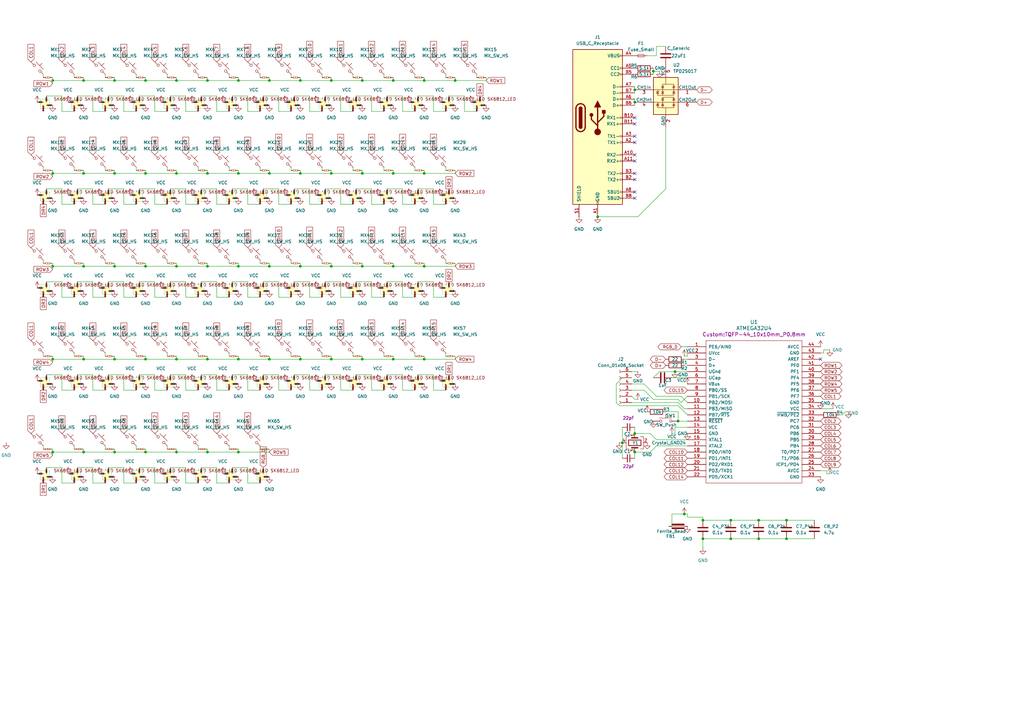
<source format=kicad_sch>
(kicad_sch (version 20231120) (generator "eeschema") (generator_version "8.0")
  (paper "A3")
  (lib_symbols
    (symbol "Connector:Conn_01x06_Socket" (pin_names (offset 1.016) hide)
      (property "Reference" "J" (at 0 7.62 0))
      (property "Value" "Conn_01x06_Socket" (at 0 -10.16 0))
      (symbol "Conn_01x06_Socket_1_1"
        (pin passive line (at -5.08 5.08 0) (length 3.81) (name "Pin_1") (number "1"))
        (pin passive line (at -5.08 2.54 0) (length 3.81) (name "Pin_2") (number "2"))
        (pin passive line (at -5.08 0 0) (length 3.81) (name "Pin_3") (number "3"))
        (pin passive line (at -5.08 -2.54 0) (length 3.81) (name "Pin_4") (number "4"))
        (pin passive line (at -5.08 -5.08 0) (length 3.81) (name "Pin_5") (number "5"))
        (pin passive line (at -5.08 -7.62 0) (length 3.81) (name "Pin_6") (number "6"))
      )
    )
    (symbol "Connector:USB_C_Receptacle" (pin_names (offset 1.016))
      (property "Reference" "J" (at -10.16 29.21 0))
      (property "Value" "USB_C_Receptacle" (at 10.16 29.21 0))
      (symbol "USB_C_Receptacle_1_1"
        (pin passive line (at 0 -40.64 90) (length 5.08) (name "GND") (number "A1"))
        (pin bidirectional line (at 15.24 -15.24 180) (length 5.08) (name "RX2-") (number "A10"))
        (pin bidirectional line (at 15.24 -17.78 180) (length 5.08) (name "RX2+") (number "A11"))
        (pin passive line (at 0 -40.64 90) (length 5.08) hide (name "GND") (number "A12"))
        (pin bidirectional line (at 15.24 -10.16 180) (length 5.08) (name "TX1+") (number "A2"))
        (pin bidirectional line (at 15.24 -7.62 180) (length 5.08) (name "TX1-") (number "A3"))
        (pin passive line (at 15.24 25.4 180) (length 5.08) (name "VBUS") (number "A4"))
        (pin bidirectional line (at 15.24 20.32 180) (length 5.08) (name "CC1") (number "A5"))
        (pin bidirectional line (at 15.24 7.62 180) (length 5.08) (name "D+") (number "A6"))
        (pin bidirectional line (at 15.24 12.7 180) (length 5.08) (name "D-") (number "A7"))
        (pin bidirectional line (at 15.24 -30.48 180) (length 5.08) (name "SBU1") (number "A8"))
        (pin passive line (at 15.24 25.4 180) (length 5.08) hide (name "VBUS") (number "A9"))
        (pin passive line (at 0 -40.64 90) (length 5.08) hide (name "GND") (number "B1"))
        (pin bidirectional line (at 15.24 0 180) (length 5.08) (name "RX1-") (number "B10"))
        (pin bidirectional line (at 15.24 -2.54 180) (length 5.08) (name "RX1+") (number "B11"))
        (pin passive line (at 0 -40.64 90) (length 5.08) hide (name "GND") (number "B12"))
        (pin bidirectional line (at 15.24 -25.4 180) (length 5.08) (name "TX2+") (number "B2"))
        (pin bidirectional line (at 15.24 -22.86 180) (length 5.08) (name "TX2-") (number "B3"))
        (pin passive line (at 15.24 25.4 180) (length 5.08) hide (name "VBUS") (number "B4"))
        (pin bidirectional line (at 15.24 17.78 180) (length 5.08) (name "CC2") (number "B5"))
        (pin bidirectional line (at 15.24 5.08 180) (length 5.08) (name "D+") (number "B6"))
        (pin bidirectional line (at 15.24 10.16 180) (length 5.08) (name "D-") (number "B7"))
        (pin bidirectional line (at 15.24 -33.02 180) (length 5.08) (name "SBU2") (number "B8"))
        (pin passive line (at 15.24 25.4 180) (length 5.08) hide (name "VBUS") (number "B9"))
        (pin passive line (at -7.62 -40.64 90) (length 5.08) (name "SHIELD") (number "S1"))
      )
    )
    (symbol "Custom:Custom_MX_SKLED" (pin_numbers hide) (pin_names (offset 1.016) hide)
      (property "Reference" "MX" (at -0.762 6.096 0))
      (property "Value" "MX_SW_HS" (at 6.35 3.81 0))
      (symbol "Custom_MX_SKLED_1_1"
        (text "DIN" (at 0 -7.62 900) (effects (font (size 0.6 0.6))))
        (text "DOUT" (at -1.27 -11.43 900) (effects (font (size 0.6 0.6))))
        (text "GND" (at 1.27 -10.16 0) (effects (font (size 0.6 0.6))))
        (text "SK6812_LED" (at 8.89 -7.62 0) (effects (font (size 1.27 1.27))))
        (text "VCC" (at -2.54 -8.89 0) (effects (font (size 0.6 0.6))))
        (pin power_in line (at 2.54 -10.16 180) (length 2.54) (name "GND") (number "1"))
        (pin input line (at 0 -6.35 270) (length 2.54) (name "DIN") (number "2"))
        (pin power_in line (at -3.81 -8.89 0) (length 2.54) (name "VCC") (number "3"))
        (pin output line (at -1.27 -12.7 90) (length 2.54) (name "DOUT") (number "4"))
        (pin passive line (at -6.35 7.62 0) (length 0) (name "5") (number "5"))
        (pin passive line (at -1.27 2.54 180) (length 0) (name "6") (number "6"))
        (pin passive line (at -1.27 1.2192 0) (length 1) (name "DioIN") (number "7"))
        (pin passive line (at 2.2606 1.2192 180) (length 1) (name "DioOUT") (number "8"))
      )
    )
    (symbol "Device:C" (pin_numbers hide) (pin_names (offset 0.254))
      (property "Reference" "C" (at 0.635 2.54 0))
      (property "Value" "C" (at 0.635 -2.54 0))
      (symbol "C_1_1"
        (pin passive line (at 0 3.81 270) (length 2.794) (name "~") (number "1"))
        (pin passive line (at 0 -3.81 90) (length 2.794) (name "~") (number "2"))
      )
    )
    (symbol "Device:Crystal_GND24" (pin_names (offset 1.016) hide)
      (property "Reference" "Y" (at 3.175 5.08 0))
      (property "Value" "Crystal_GND24" (at 3.175 3.175 0))
      (symbol "Crystal_GND24_1_1"
        (pin passive line (at -3.81 0 0) (length 1.27) (name "1") (number "1"))
        (pin passive line (at 0 5.08 270) (length 1.27) (name "2") (number "2"))
        (pin passive line (at 3.81 0 180) (length 1.27) (name "3") (number "3"))
        (pin passive line (at 0 -5.08 90) (length 1.27) (name "4") (number "4"))
      )
    )
    (symbol "Device:Fuse_Small" (pin_numbers hide) (pin_names (offset 0.254) hide)
      (property "Reference" "F" (at 0 -1.524 0))
      (property "Value" "Fuse_Small" (at 0 1.524 0))
      (symbol "Fuse_Small_1_1"
        (pin passive line (at -2.54 0 0) (length 1.27) (name "~") (number "1"))
        (pin passive line (at 2.54 0 180) (length 1.27) (name "~") (number "2"))
      )
    )
    (symbol "Device:R" (pin_numbers hide) (pin_names (offset 0))
      (property "Reference" "R" (at 2.032 0 90))
      (property "Value" "R" (at 0 0 90))
      (symbol "R_1_1"
        (pin passive line (at 0 3.81 270) (length 1.27) (name "~") (number "1"))
        (pin passive line (at 0 -3.81 90) (length 1.27) (name "~") (number "2"))
      )
    )
    (symbol "PCM_4ms_Capacitor:22nF_0603_50V" (pin_numbers hide) (pin_names (offset 0.254) hide)
      (property "Reference" "C" (at 1.905 1.27 0))
      (property "Display" "22nF" (at 1.905 -1.27 0))
      (symbol "22nF_0603_50V_1_1"
        (pin passive line (at 0 2.54 270) (length 2.032) (name "~") (number "1"))
        (pin passive line (at 0 -2.54 90) (length 2.032) (name "~") (number "2"))
      )
    )
    (symbol "PCM_Capacitor_AKL:C_0201" (pin_numbers hide) (pin_names (offset 0.254))
      (property "Reference" "C" (at 0.635 2.54 0))
      (property "Value" "C_0201" (at 0.635 -2.54 0))
      (symbol "C_0201_1_1"
        (pin passive line (at 0 3.81 270) (length 2.794) (name "~") (number "1"))
        (pin passive line (at 0 -3.81 90) (length 2.794) (name "~") (number "2"))
      )
    )
    (symbol "PCM_Capacitor_US_AKL:C_Generic" (pin_numbers hide) (pin_names (offset 0.254))
      (property "Reference" "C" (at 0.635 2.54 0))
      (property "Value" "C_Generic" (at 0.635 -2.54 0))
      (symbol "C_Generic_1_1"
        (pin passive line (at 0 3.81 270) (length 2.794) (name "~") (number "1"))
        (pin passive line (at 0 -3.81 90) (length 2.794) (name "~") (number "2"))
      )
    )
    (symbol "PCM_Device_AKL:Ferrite_Bead" (pin_numbers hide) (pin_names (offset 0))
      (property "Reference" "FB" (at 0 4.572 0))
      (property "Value" "Ferrite_Bead" (at 0 3.175 0))
      (symbol "Ferrite_Bead_1_1"
        (pin passive line (at -3.81 0 0) (length 1.27) (name "~") (number "1"))
        (pin passive line (at 3.81 0 180) (length 1.27) (name "~") (number "2"))
      )
    )
    (symbol "Power_Protection:TPD2S017" (pin_names (offset 0))
      (property "Reference" "U" (at 2.54 8.89 0))
      (property "Value" "TPD2S017" (at 2.54 -8.89 0))
      (symbol "TPD2S017_1_1"
        (pin passive line (at 12.7 2.54 180) (length 7.62) (name "CH1Out") (number "1"))
        (pin power_in line (at 0 -12.7 90) (length 5.08) (name "GND") (number "2"))
        (pin passive line (at -12.7 2.54 0) (length 7.62) (name "CH1In") (number "3"))
        (pin passive line (at -12.7 -2.54 0) (length 7.62) (name "CH2Int") (number "4"))
        (pin power_in line (at 0 12.7 270) (length 5.08) (name "VCC") (number "5"))
        (pin passive line (at 12.7 -2.54 180) (length 7.62) (name "CH2Out") (number "6"))
      )
    )
    (symbol "Switch:SW_Push" (pin_numbers hide) (pin_names (offset 1.016) hide)
      (property "Reference" "SW" (at 1.27 2.54 0))
      (property "Value" "SW_Push" (at 0 -1.524 0))
      (symbol "SW_Push_0_1"
        (pin passive line (at -5.08 0 0) (length 2.54) (name "1") (number "1"))
        (pin passive line (at 5.08 0 180) (length 2.54) (name "2") (number "2"))
      )
    )
    (symbol "atmega32u4:ATMEGA32U4" (pin_names (offset 1.016))
      (property "Reference" "U1" (at 0 2.54 0))
      (property "Value" "ATMEGA32U4" (at 0 0 0))
      (symbol "ATMEGA32U4_1_1"
        (pin bidirectional line (at -26.67 26.67 0) (length 7.62) (name "PE6/AIN0") (number "1"))
        (pin bidirectional line (at -26.67 3.81 0) (length 7.62) (name "PB2/MOSI") (number "10"))
        (pin bidirectional line (at -26.67 1.27 0) (length 7.62) (name "PB3/MISO") (number "11"))
        (pin bidirectional line (at -26.67 -1.27 0) (length 7.62) (name "PB7/~{RTS}") (number "12"))
        (pin input line (at -26.67 -3.81 0) (length 7.62) (name "~{RESET}") (number "13"))
        (pin power_in line (at -26.67 -6.35 0) (length 7.62) (name "VCC") (number "14"))
        (pin power_in line (at -26.67 -8.89 0) (length 7.62) (name "GND") (number "15"))
        (pin input line (at -26.67 -11.43 0) (length 7.62) (name "XTAL1") (number "16"))
        (pin output line (at -26.67 -13.97 0) (length 7.62) (name "XTAL2") (number "17"))
        (pin bidirectional line (at -26.67 -16.51 0) (length 7.62) (name "PD0/INT0") (number "18"))
        (pin bidirectional line (at -26.67 -19.05 0) (length 7.62) (name "PD1/INT1") (number "19"))
        (pin power_in line (at -26.67 24.13 0) (length 7.62) (name "UVcc") (number "2"))
        (pin bidirectional line (at -26.67 -21.59 0) (length 7.62) (name "PD2/RXD1") (number "20"))
        (pin bidirectional line (at -26.67 -24.13 0) (length 7.62) (name "PD3/TXD1") (number "21"))
        (pin bidirectional line (at -26.67 -26.67 0) (length 7.62) (name "PD5/XCK1") (number "22"))
        (pin power_in line (at 27.94 -26.67 180) (length 7.62) (name "GND") (number "23"))
        (pin power_in line (at 27.94 -24.13 180) (length 7.62) (name "AVCC") (number "24"))
        (pin bidirectional line (at 27.94 -21.59 180) (length 7.62) (name "ICP1/PD4") (number "25"))
        (pin bidirectional line (at 27.94 -19.05 180) (length 7.62) (name "T1/PD6") (number "26"))
        (pin bidirectional line (at 27.94 -16.51 180) (length 7.62) (name "T0/PD7") (number "27"))
        (pin bidirectional line (at 27.94 -13.97 180) (length 7.62) (name "PB4") (number "28"))
        (pin bidirectional line (at 27.94 -11.43 180) (length 7.62) (name "PB5") (number "29"))
        (pin bidirectional line (at -26.67 21.59 0) (length 7.62) (name "D-") (number "3"))
        (pin bidirectional line (at 27.94 -8.89 180) (length 7.62) (name "PB6") (number "30"))
        (pin bidirectional line (at 27.94 -6.35 180) (length 7.62) (name "PC6") (number "31"))
        (pin bidirectional line (at 27.94 -3.81 180) (length 7.62) (name "PC7") (number "32"))
        (pin bidirectional line (at 27.94 -1.27 180) (length 7.62) (name "~{HWB/PE2}") (number "33"))
        (pin power_in line (at 27.94 1.27 180) (length 7.62) (name "VCC") (number "34"))
        (pin power_in line (at 27.94 3.81 180) (length 7.62) (name "GND") (number "35"))
        (pin bidirectional line (at 27.94 6.35 180) (length 7.62) (name "PF7") (number "36"))
        (pin bidirectional line (at 27.94 8.89 180) (length 7.62) (name "PF6") (number "37"))
        (pin bidirectional line (at 27.94 11.43 180) (length 7.62) (name "PF5") (number "38"))
        (pin bidirectional line (at 27.94 13.97 180) (length 7.62) (name "PF4") (number "39"))
        (pin bidirectional line (at -26.67 19.05 0) (length 7.62) (name "D+") (number "4"))
        (pin bidirectional line (at 27.94 16.51 180) (length 7.62) (name "PF1") (number "40"))
        (pin bidirectional line (at 27.94 19.05 180) (length 7.62) (name "PF0") (number "41"))
        (pin input line (at 27.94 21.59 180) (length 7.62) (name "AREF") (number "42"))
        (pin power_in line (at 27.94 24.13 180) (length 7.62) (name "GND") (number "43"))
        (pin power_in line (at 27.94 26.67 180) (length 7.62) (name "AVCC") (number "44"))
        (pin power_in line (at -26.67 16.51 0) (length 7.62) (name "UGnd") (number "5"))
        (pin input line (at -26.67 13.97 0) (length 7.62) (name "UCap") (number "6"))
        (pin input line (at -26.67 11.43 0) (length 7.62) (name "VBus") (number "7"))
        (pin bidirectional line (at -26.67 8.89 0) (length 7.62) (name "PB0/SS") (number "8"))
        (pin bidirectional line (at -26.67 6.35 0) (length 7.62) (name "PB1/SCK") (number "9"))
      )
    )
    (symbol "power:GND" (power) (pin_numbers hide) (pin_names (offset 0) hide)
      (property "Value" "GND" (at 0 -3.81 0))
      (symbol "GND_1_1"
        (pin power_in line (at 0 0 270) (length 0) (name "~") (number "1"))
      )
    )
    (symbol "power:VCC" (power) (pin_numbers hide) (pin_names (offset 0) hide)
      (property "Value" "VCC" (at 0 3.556 0))
      (symbol "VCC_1_1"
        (pin power_in line (at 0 0 90) (length 0) (name "~") (number "1"))
      )
    )
  )
  (junction (at 85.09 185.42))
  (junction (at 34.29 109.22))
  (junction (at 46.99 71.12))
  (junction (at 85.09 109.22))
  (junction (at 72.39 185.42))
  (junction (at 21.59 109.22))
  (junction (at 255.27 181.61))
  (junction (at 110.49 33.02))
  (junction (at 123.19 33.02))
  (junction (at 34.29 185.42))
  (junction (at 135.89 109.22))
  (junction (at 173.99 109.22))
  (junction (at 148.59 33.02))
  (junction (at 97.79 185.42))
  (junction (at 260.35 177.8))
  (junction (at 148.59 109.22))
  (junction (at 97.79 147.32))
  (junction (at 123.19 109.22))
  (junction (at 59.69 147.32))
  (junction (at 72.39 109.22))
  (junction (at 173.99 33.02))
  (junction (at 260.35 36.83))
  (junction (at 110.49 71.12))
  (junction (at 267.97 29.21))
  (junction (at 72.39 147.32))
  (junction (at 123.19 71.12))
  (junction (at 110.49 147.32))
  (junction (at 85.09 33.02))
  (junction (at 21.59 71.12))
  (junction (at 72.39 33.02))
  (junction (at 173.99 71.12))
  (junction (at 161.29 33.02))
  (junction (at 288.29 213.36))
  (junction (at 245.11 88.9))
  (junction (at 135.89 147.32))
  (junction (at 148.59 71.12))
  (junction (at 97.79 71.12))
  (junction (at 34.29 71.12))
  (junction (at 46.99 185.42))
  (junction (at 276.86 152.4))
  (junction (at 148.59 147.32))
  (junction (at 21.59 185.42))
  (junction (at 322.58 220.98))
  (junction (at 34.29 33.02))
  (junction (at 59.69 109.22))
  (junction (at 85.09 71.12))
  (junction (at 311.15 220.98))
  (junction (at 161.29 147.32))
  (junction (at 59.69 185.42))
  (junction (at 311.15 213.36))
  (junction (at 173.99 147.32))
  (junction (at 21.59 147.32))
  (junction (at 46.99 147.32))
  (junction (at 123.19 147.32))
  (junction (at 135.89 33.02))
  (junction (at 288.29 220.98))
  (junction (at 280.67 210.82))
  (junction (at 260.35 41.91))
  (junction (at 278.13 172.72))
  (junction (at 186.69 33.02))
  (junction (at 161.29 109.22))
  (junction (at 72.39 71.12))
  (junction (at 110.49 109.22))
  (junction (at 299.72 220.98))
  (junction (at 97.79 33.02))
  (junction (at 161.29 71.12))
  (junction (at 59.69 33.02))
  (junction (at 85.09 147.32))
  (junction (at 322.58 213.36))
  (junction (at 299.72 213.36))
  (junction (at 34.29 147.32))
  (junction (at 21.59 33.02))
  (junction (at 59.69 71.12))
  (junction (at 260.35 185.42))
  (junction (at 46.99 33.02))
  (junction (at 97.79 109.22))
  (junction (at 135.89 71.12))
  (junction (at 46.99 109.22))
  (no_connect (at 260.35 71.12))
  (no_connect (at 260.35 81.28))
  (no_connect (at 260.35 63.5))
  (no_connect (at 260.35 66.04))
  (no_connect (at 260.35 55.88))
  (no_connect (at 260.35 50.8))
  (no_connect (at 260.35 73.66))
  (no_connect (at 260.35 58.42))
  (no_connect (at 260.35 48.26))
  (no_connect (at 336.55 147.32))
  (no_connect (at 260.35 78.74))
  (wire (pts (xy 44.45 191.77) (xy 50.8 191.77)))
  (wire (pts (xy 135.89 69.9008) (xy 135.6106 69.9008)))
  (wire (pts (xy 38.1 83.82) (xy 38.1 77.47)))
  (wire (pts (xy 170.18 144.78) (xy 170.18 146.1008)))
  (wire (pts (xy 110.49 33.02) (xy 123.19 33.02)))
  (wire (pts (xy 135.89 109.22) (xy 148.59 109.22)))
  (wire (pts (xy 97.79 71.12) (xy 97.79 69.9008)))
  (wire (pts (xy 17.78 68.58) (xy 17.78 69.9008)))
  (wire (pts (xy 76.2 198.12) (xy 76.2 191.77)))
  (wire (pts (xy 85.09 71.12) (xy 97.79 71.12)))
  (wire (pts (xy 171.45 39.37) (xy 177.8 39.37)))
  (wire (pts (xy 110.49 109.22) (xy 110.49 108.0008)))
  (wire (pts (xy 152.4 45.72) (xy 152.4 39.37)))
  (wire (pts (xy 158.75 115.57) (xy 165.1 115.57)))
  (wire (pts (xy 19.05 39.37) (xy 25.4 39.37)))
  (wire (pts (xy 46.99 185.42) (xy 46.99 184.2008)))
  (wire (pts (xy 59.69 33.02) (xy 59.69 31.8008)))
  (wire (pts (xy 72.39 69.9008) (xy 72.1106 69.9008)))
  (wire (pts (xy 165.1 160.02) (xy 165.1 153.67)))
  (wire (pts (xy 59.69 147.32) (xy 72.39 147.32)))
  (wire (pts (xy 144.78 68.58) (xy 144.78 69.9008)))
  (wire (pts (xy 72.39 71.12) (xy 72.39 69.9008)))
  (wire (pts (xy 46.99 109.22) (xy 59.69 109.22)))
  (wire (pts (xy 269.24 182.88) (xy 281.94 182.88)))
  (wire (pts (xy 135.89 31.8008) (xy 135.6106 31.8008)))
  (wire (pts (xy 46.99 109.22) (xy 46.99 108.0008)))
  (wire (pts (xy 38.1 198.12) (xy 38.1 191.77)))
  (wire (pts (xy 148.59 71.12) (xy 148.59 69.9008)))
  (wire (pts (xy 276.86 152.4) (xy 270.51 152.4)))
  (wire (pts (xy 276.86 175.26) (xy 281.94 175.26)))
  (wire (pts (xy 97.79 108.0008) (xy 97.5106 108.0008)))
  (wire (pts (xy 119.38 45.72) (xy 114.3 45.72)))
  (wire (pts (xy 97.79 185.42) (xy 110.49 185.42)))
  (wire (pts (xy 21.59 71.12) (xy 21.59 72.39)))
  (wire (pts (xy 85.09 109.22) (xy 97.79 109.22)))
  (wire (pts (xy 135.89 71.12) (xy 148.59 71.12)))
  (wire (pts (xy 120.65 77.47) (xy 127 77.47)))
  (wire (pts (xy 46.99 33.02) (xy 46.99 31.8008)))
  (wire (pts (xy 259.08 157.48) (xy 264.16 157.48)))
  (wire (pts (xy 148.59 69.9008) (xy 148.3106 69.9008)))
  (wire (pts (xy 44.45 77.47) (xy 50.8 77.47)))
  (wire (pts (xy 46.99 71.12) (xy 59.69 71.12)))
  (wire (pts (xy 21.59 109.22) (xy 21.59 110.49)))
  (wire (pts (xy 85.09 146.1008) (xy 84.8106 146.1008)))
  (wire (pts (xy 119.38 160.02) (xy 114.3 160.02)))
  (wire (pts (xy 177.8 83.82) (xy 177.8 77.47)))
  (wire (pts (xy 132.08 45.72) (xy 127 45.72)))
  (wire (pts (xy 173.99 109.22) (xy 173.99 108.0008)))
  (wire (pts (xy 144.78 45.72) (xy 139.7 45.72)))
  (wire (pts (xy 21.59 185.42) (xy 34.29 185.42)))
  (wire (pts (xy 276.86 177.8) (xy 276.86 175.26)))
  (wire (pts (xy 110.49 31.8008) (xy 110.2106 31.8008)))
  (wire (pts (xy 148.59 109.22) (xy 161.29 109.22)))
  (wire (pts (xy 38.1 121.92) (xy 38.1 115.57)))
  (wire (pts (xy 93.98 121.92) (xy 88.9 121.92)))
  (wire (pts (xy 97.79 185.42) (xy 97.79 184.2008)))
  (wire (pts (xy 186.69 71.12) (xy 186.69 69.9008)))
  (wire (pts (xy 170.18 45.72) (xy 165.1 45.72)))
  (wire (pts (xy 97.79 33.02) (xy 97.79 31.8008)))
  (wire (pts (xy 157.48 144.78) (xy 157.48 146.1008)))
  (wire (pts (xy 280.67 149.86) (xy 281.94 149.86)))
  (wire (pts (xy 259.08 152.4) (xy 261.62 152.4)))
  (wire (pts (xy 177.8 160.02) (xy 177.8 153.67)))
  (wire (pts (xy 57.15 153.67) (xy 63.5 153.67)))
  (wire (pts (xy 81.28 83.82) (xy 76.2 83.82)))
  (wire (pts (xy 72.39 184.2008) (xy 72.1106 184.2008)))
  (wire (pts (xy 97.79 71.12) (xy 110.49 71.12)))
  (wire (pts (xy 21.59 146.1008) (xy 21.3106 146.1008)))
  (wire (pts (xy 322.58 213.36) (xy 334.01 213.36)))
  (wire (pts (xy 132.08 144.78) (xy 132.08 146.1008)))
  (wire (pts (xy 106.68 182.88) (xy 106.68 184.2008)))
  (wire (pts (xy 44.45 39.37) (xy 50.8 39.37)))
  (wire (pts (xy 123.19 69.9008) (xy 122.9106 69.9008)))
  (wire (pts (xy 288.29 220.98) (xy 299.72 220.98)))
  (wire (pts (xy 280.67 147.32) (xy 281.94 147.32)))
  (wire (pts (xy 106.68 160.02) (xy 101.6 160.02)))
  (wire (pts (xy 157.48 68.58) (xy 157.48 69.9008)))
  (wire (pts (xy 274.32 215.9) (xy 275.59 215.9)))
  (wire (pts (xy 19.05 77.47) (xy 25.4 77.47)))
  (wire (pts (xy 173.99 33.02) (xy 173.99 31.8008)))
  (wire (pts (xy 158.75 39.37) (xy 165.1 39.37)))
  (wire (pts (xy 68.58 83.82) (xy 63.5 83.82)))
  (wire (pts (xy 55.88 68.58) (xy 55.88 69.9008)))
  (wire (pts (xy 59.69 109.22) (xy 59.69 108.0008)))
  (wire (pts (xy 85.09 71.12) (xy 85.09 69.9008)))
  (wire (pts (xy 182.88 30.48) (xy 182.88 31.8008)))
  (wire (pts (xy 279.4 162.56) (xy 281.94 165.1)))
  (wire (pts (xy 46.99 147.32) (xy 46.99 146.1008)))
  (wire (pts (xy 50.8 45.72) (xy 50.8 39.37)))
  (wire (pts (xy 336.55 167.64) (xy 341.63 167.64)))
  (wire (pts (xy 114.3 160.02) (xy 114.3 153.67)))
  (wire (pts (xy 281.94 167.64) (xy 280.67 167.64)))
  (wire (pts (xy 273.05 168.91) (xy 278.13 168.91)))
  (wire (pts (xy 59.69 185.42) (xy 59.69 184.2008)))
  (wire (pts (xy 110.49 69.9008) (xy 110.2106 69.9008)))
  (wire (pts (xy 260.35 185.42) (xy 266.7 185.42)))
  (wire (pts (xy 59.69 71.12) (xy 59.69 69.9008)))
  (wire (pts (xy 186.69 146.1008) (xy 186.4106 146.1008)))
  (wire (pts (xy 34.29 147.32) (xy 34.29 146.1008)))
  (wire (pts (xy 132.08 160.02) (xy 127 160.02)))
  (wire (pts (xy 171.45 153.67) (xy 177.8 153.67)))
  (wire (pts (xy 255.27 175.26) (xy 255.27 181.61)))
  (wire (pts (xy 30.48 83.82) (xy 25.4 83.82)))
  (wire (pts (xy 50.8 121.92) (xy 50.8 115.57)))
  (wire (pts (xy 123.19 33.02) (xy 135.89 33.02)))
  (wire (pts (xy 110.49 146.1008) (xy 110.2106 146.1008)))
  (wire (pts (xy 299.72 220.98) (xy 311.15 220.98)))
  (wire (pts (xy 30.48 160.02) (xy 25.4 160.02)))
  (wire (pts (xy 132.08 83.82) (xy 127 83.82)))
  (wire (pts (xy 88.9 83.82) (xy 88.9 77.47)))
  (wire (pts (xy 85.09 184.2008) (xy 84.8106 184.2008)))
  (wire (pts (xy 72.39 71.12) (xy 85.09 71.12)))
  (wire (pts (xy 170.18 106.68) (xy 170.18 108.0008)))
  (wire (pts (xy 255.27 181.61) (xy 255.27 187.96)))
  (wire (pts (xy 279.4 165.1) (xy 281.94 162.56)))
  (wire (pts (xy 119.38 144.78) (xy 119.38 146.1008)))
  (wire (pts (xy 123.19 33.02) (xy 123.19 31.8008)))
  (wire (pts (xy 110.49 109.22) (xy 123.19 109.22)))
  (wire (pts (xy 101.6 39.37) (xy 95.25 39.37)))
  (wire (pts (xy 280.67 210.82) (xy 281.94 210.82)))
  (wire (pts (xy 69.85 153.67) (xy 76.2 153.67)))
  (wire (pts (xy 101.6 191.77) (xy 95.25 191.77)))
  (wire (pts (xy 280.67 167.64) (xy 278.13 165.1)))
  (wire (pts (xy 158.75 77.47) (xy 165.1 77.47)))
  (wire (pts (xy 165.1 45.72) (xy 165.1 39.37)))
  (wire (pts (xy 195.58 45.72) (xy 190.5 45.72)))
  (wire (pts (xy 139.7 121.92) (xy 139.7 115.57)))
  (wire (pts (xy 135.89 71.12) (xy 135.89 69.9008)))
  (wire (pts (xy 280.67 146.05) (xy 281.94 146.05)))
  (wire (pts (xy 275.59 210.82) (xy 280.67 210.82)))
  (wire (pts (xy 114.3 83.82) (xy 114.3 77.47)))
  (wire (pts (xy 81.28 30.48) (xy 81.28 31.8008)))
  (wire (pts (xy 81.28 45.72) (xy 76.2 45.72)))
  (wire (pts (xy 93.98 160.02) (xy 88.9 160.02)))
  (wire (pts (xy 146.05 153.67) (xy 152.4 153.67)))
  (wire (pts (xy 161.29 33.02) (xy 173.99 33.02)))
  (wire (pts (xy 50.8 160.02) (xy 50.8 153.67)))
  (wire (pts (xy 21.59 185.42) (xy 21.59 186.69)))
  (wire (pts (xy 173.99 71.12) (xy 173.99 69.9008)))
  (wire (pts (xy 46.99 146.1008) (xy 46.7106 146.1008)))
  (wire (pts (xy 21.59 69.9008) (xy 21.3106 69.9008)))
  (wire (pts (xy 46.99 147.32) (xy 59.69 147.32)))
  (wire (pts (xy 43.18 106.68) (xy 43.18 108.0008)))
  (wire (pts (xy 25.4 153.67) (xy 19.05 153.67)))
  (wire (pts (xy 339.09 194.31) (xy 339.09 193.04)))
  (wire (pts (xy 288.29 212.09) (xy 288.29 213.36)))
  (wire (pts (xy 139.7 83.82) (xy 139.7 77.47)))
  (wire (pts (xy 57.15 115.57) (xy 63.5 115.57)))
  (wire (pts (xy 34.29 71.12) (xy 34.29 69.9008)))
  (wire (pts (xy 43.18 144.78) (xy 43.18 146.1008)))
  (wire (pts (xy 190.5 45.72) (xy 190.5 39.37)))
  (wire (pts (xy 63.5 121.92) (xy 63.5 115.57)))
  (wire (pts (xy 144.78 121.92) (xy 139.7 121.92)))
  (wire (pts (xy 55.88 45.72) (xy 50.8 45.72)))
  (wire (pts (xy 165.1 121.92) (xy 165.1 115.57)))
  (wire (pts (xy 63.5 45.72) (xy 63.5 39.37)))
  (wire (pts (xy 182.88 144.78) (xy 182.88 146.1008)))
  (wire (pts (xy 21.59 33.02) (xy 34.29 33.02)))
  (wire (pts (xy 186.69 109.22) (xy 186.69 108.0008)))
  (wire (pts (xy 72.39 147.32) (xy 85.09 147.32)))
  (wire (pts (xy 82.55 77.47) (xy 88.9 77.47)))
  (wire (pts (xy 144.78 30.48) (xy 144.78 31.8008)))
  (wire (pts (xy 81.28 182.88) (xy 81.28 184.2008)))
  (wire (pts (xy 161.29 146.1008) (xy 161.0106 146.1008)))
  (wire (pts (xy 144.78 83.82) (xy 139.7 83.82)))
  (wire (pts (xy 81.28 108.0008) (xy 81.28 106.68)))
  (wire (pts (xy 135.89 147.32) (xy 148.59 147.32)))
  (wire (pts (xy 177.8 45.72) (xy 177.8 39.37)))
  (wire (pts (xy 278.13 168.91) (xy 278.13 172.72)))
  (wire (pts (xy 170.18 83.82) (xy 165.1 83.82)))
  (wire (pts (xy 19.05 191.77) (xy 25.4 191.77)))
  (wire (pts (xy 34.29 184.2008) (xy 34.0106 184.2008)))
  (wire (pts (xy 95.25 153.67) (xy 101.6 153.67)))
  (wire (pts (xy 68.58 45.72) (xy 63.5 45.72)))
  (wire (pts (xy 278.13 163.83) (xy 267.97 163.83)))
  (wire (pts (xy 135.89 109.22) (xy 135.89 108.0008)))
  (wire (pts (xy 55.88 144.78) (xy 55.88 146.1008)))
  (wire (pts (xy 146.05 115.57) (xy 152.4 115.57)))
  (wire (pts (xy 110.49 184.2008) (xy 110.2106 184.2008)))
  (wire (pts (xy 93.98 30.48) (xy 93.98 31.8008)))
  (wire (pts (xy 25.4 121.92) (xy 25.4 115.57)))
  (wire (pts (xy 97.79 33.02) (xy 110.49 33.02)))
  (wire (pts (xy 59.69 31.8008) (xy 59.4106 31.8008)))
  (wire (pts (xy 95.25 115.57) (xy 101.6 115.57)))
  (wire (pts (xy 157.48 106.68) (xy 157.48 108.0008)))
  (wire (pts (xy 177.8 77.47) (xy 171.45 77.47)))
  (wire (pts (xy 260.35 175.26) (xy 260.35 177.8)))
  (wire (pts (xy 123.19 71.12) (xy 123.19 69.9008)))
  (wire (pts (xy 267.97 27.94) (xy 267.97 29.21)))
  (wire (pts (xy 17.78 30.48) (xy 17.78 31.8008)))
  (wire (pts (xy 55.88 30.48) (xy 55.88 31.8008)))
  (wire (pts (xy 106.68 106.68) (xy 106.68 108.0008)))
  (wire (pts (xy 157.48 121.92) (xy 152.4 121.92)))
  (wire (pts (xy 322.58 220.98) (xy 334.01 220.98)))
  (wire (pts (xy 30.48 144.78) (xy 30.48 146.1008)))
  (wire (pts (xy 148.59 33.02) (xy 148.59 31.8008)))
  (wire (pts (xy 81.28 160.02) (xy 76.2 160.02)))
  (wire (pts (xy 97.79 31.8008) (xy 97.5106 31.8008)))
  (wire (pts (xy 63.5 83.82) (xy 63.5 77.47)))
  (wire (pts (xy 148.59 71.12) (xy 161.29 71.12)))
  (wire (pts (xy 55.88 83.82) (xy 50.8 83.82)))
  (wire (pts (xy 254 166.37) (xy 278.13 166.37)))
  (wire (pts (xy 119.38 83.82) (xy 114.3 83.82)))
  (wire (pts (xy 269.24 19.05) (xy 273.05 19.05)))
  (wire (pts (xy 173.99 71.12) (xy 186.69 71.12)))
  (wire (pts (xy 97.79 69.9008) (xy 97.5106 69.9008)))
  (wire (pts (xy 25.4 198.12) (xy 25.4 191.77)))
  (wire (pts (xy 139.7 45.72) (xy 139.7 39.37)))
  (wire (pts (xy 43.18 198.12) (xy 38.1 198.12)))
  (wire (pts (xy 110.49 71.12) (xy 123.19 71.12)))
  (wire (pts (xy 30.48 45.72) (xy 25.4 45.72)))
  (wire (pts (xy 30.48 30.48) (xy 30.48 31.8008)))
  (wire (pts (xy 17.78 182.88) (xy 17.78 184.2008)))
  (wire (pts (xy 182.88 68.58) (xy 182.88 69.9008)))
  (wire (pts (xy 21.59 184.2008) (xy 21.3106 184.2008)))
  (wire (pts (xy 46.99 184.2008) (xy 46.7106 184.2008)))
  (wire (pts (xy 46.99 31.8008) (xy 46.7106 31.8008)))
  (wire (pts (xy 190.5 39.37) (xy 184.15 39.37)))
  (wire (pts (xy 85.09 185.42) (xy 85.09 184.2008)))
  (wire (pts (xy 97.79 109.22) (xy 110.49 109.22)))
  (wire (pts (xy 30.48 198.12) (xy 25.4 198.12)))
  (wire (pts (xy 281.94 146.05) (xy 281.94 144.78)))
  (wire (pts (xy 101.6 160.02) (xy 101.6 153.67)))
  (wire (pts (xy 254 181.61) (xy 255.27 181.61)))
  (wire (pts (xy 17.78 144.78) (xy 17.78 146.1008)))
  (wire (pts (xy 123.19 108.0008) (xy 122.9106 108.0008)))
  (wire (pts (xy 269.24 180.34) (xy 281.94 180.34)))
  (wire (pts (xy 59.69 147.32) (xy 59.69 146.1008)))
  (wire (pts (xy 38.1 115.57) (xy 31.75 115.57)))
  (wire (pts (xy 337.82 144.78) (xy 336.55 144.78)))
  (wire (pts (xy 252.73 165.1) (xy 254 166.37)))
  (wire (pts (xy 347.98 168.91) (xy 346.71 168.91)))
  (wire (pts (xy 85.09 147.32) (xy 97.79 147.32)))
  (wire (pts (xy 260.35 163.83) (xy 261.62 163.83)))
  (wire (pts (xy 25.4 45.72) (xy 25.4 39.37)))
  (wire (pts (xy 311.15 213.36) (xy 322.58 213.36)))
  (wire (pts (xy 152.4 121.92) (xy 152.4 115.57)))
  (wire (pts (xy 21.59 33.02) (xy 21.59 31.8008)))
  (wire (pts (xy 72.39 109.22) (xy 72.39 108.0008)))
  (wire (pts (xy 88.9 198.12) (xy 88.9 191.77)))
  (wire (pts (xy 269.24 162.56) (xy 279.4 162.56)))
  (wire (pts (xy 173.99 108.0008) (xy 173.7106 108.0008)))
  (wire (pts (xy 132.08 30.48) (xy 132.08 31.8008)))
  (wire (pts (xy 339.09 193.04) (xy 336.55 193.04)))
  (wire (pts (xy 110.49 71.12) (xy 110.49 69.9008)))
  (wire (pts (xy 97.79 184.2008) (xy 97.5106 184.2008)))
  (wire (pts (xy 119.38 121.92) (xy 114.3 121.92)))
  (wire (pts (xy 55.88 121.92) (xy 50.8 121.92)))
  (wire (pts (xy 127 45.72) (xy 127 39.37)))
  (wire (pts (xy 288.29 220.98) (xy 288.29 224.79)))
  (wire (pts (xy 123.19 109.22) (xy 135.89 109.22)))
  (wire (pts (xy 59.69 71.12) (xy 72.39 71.12)))
  (wire (pts (xy 21.59 71.12) (xy 21.59 69.9008)))
  (wire (pts (xy 139.7 160.02) (xy 139.7 153.67)))
  (wire (pts (xy 43.18 45.72) (xy 38.1 45.72)))
  (wire (pts (xy 57.15 77.47) (xy 63.5 77.47)))
  (wire (pts (xy 173.99 33.02) (xy 186.69 33.02)))
  (wire (pts (xy 161.29 147.32) (xy 173.99 147.32)))
  (wire (pts (xy 132.08 106.68) (xy 132.08 108.0008)))
  (wire (pts (xy 101.6 45.72) (xy 101.6 39.37)))
  (wire (pts (xy 31.75 77.47) (xy 38.1 77.47)))
  (wire (pts (xy 63.5 198.12) (xy 63.5 191.77)))
  (wire (pts (xy 337.82 143.51) (xy 340.36 143.51)))
  (wire (pts (xy 260.35 41.91) (xy 260.35 43.18)))
  (wire (pts (xy 279.4 165.1) (xy 278.13 163.83)))
  (wire (pts (xy 72.39 108.0008) (xy 72.1106 108.0008)))
  (wire (pts (xy 88.9 160.02) (xy 88.9 153.67)))
  (wire (pts (xy 76.2 121.92) (xy 76.2 115.57)))
  (wire (pts (xy 259.08 154.94) (xy 255.27 154.94)))
  (wire (pts (xy 146.05 39.37) (xy 152.4 39.37)))
  (wire (pts (xy 135.89 33.02) (xy 135.89 31.8008)))
  (wire (pts (xy 72.39 146.1008) (xy 72.1106 146.1008)))
  (wire (pts (xy 276.86 152.4) (xy 281.94 152.4)))
  (wire (pts (xy 344.17 170.18) (xy 345.44 170.18)))
  (wire (pts (xy 50.8 83.82) (xy 50.8 77.47)))
  (wire (pts (xy 59.69 33.02) (xy 72.39 33.02)))
  (wire (pts (xy 85.09 31.8008) (xy 84.8106 31.8008)))
  (wire (pts (xy 93.98 198.12) (xy 88.9 198.12)))
  (wire (pts (xy 106.68 69.9008) (xy 106.68 68.58)))
  (wire (pts (xy 88.9 121.92) (xy 88.9 115.57)))
  (wire (pts (xy 34.29 33.02) (xy 34.29 31.8008)))
  (wire (pts (xy 339.09 194.31) (xy 340.36 194.31)))
  (wire (pts (xy 173.99 147.32) (xy 173.99 146.1008)))
  (wire (pts (xy 173.99 69.9008) (xy 173.7106 69.9008)))
  (wire (pts (xy 81.28 198.12) (xy 76.2 198.12)))
  (wire (pts (xy 63.5 160.02) (xy 63.5 153.67)))
  (wire (pts (xy 161.29 31.8008) (xy 161.0106 31.8008)))
  (wire (pts (xy 182.88 45.72) (xy 177.8 45.72)))
  (wire (pts (xy 173.99 146.1008) (xy 173.7106 146.1008)))
  (wire (pts (xy 133.35 39.37) (xy 139.7 39.37)))
  (wire (pts (xy 43.18 30.48) (xy 43.18 31.8008)))
  (wire (pts (xy 123.19 146.1008) (xy 122.9106 146.1008)))
  (wire (pts (xy 82.55 153.67) (xy 88.9 153.67)))
  (wire (pts (xy 21.59 31.8008) (xy 21.3106 31.8008)))
  (wire (pts (xy 93.98 144.78) (xy 93.98 146.1008)))
  (wire (pts (xy 21.59 71.12) (xy 34.29 71.12)))
  (wire (pts (xy 88.9 45.72) (xy 88.9 39.37)))
  (wire (pts (xy 57.15 191.77) (xy 63.5 191.77)))
  (wire (pts (xy 21.59 109.22) (xy 21.59 108.0008)))
  (wire (pts (xy 161.29 109.22) (xy 161.29 108.0008)))
  (wire (pts (xy 146.05 77.47) (xy 152.4 77.47)))
  (wire (pts (xy 21.59 147.32) (xy 34.29 147.32)))
  (wire (pts (xy 76.2 160.02) (xy 76.2 153.67)))
  (wire (pts (xy 34.29 185.42) (xy 46.99 185.42)))
  (wire (pts (xy 135.89 33.02) (xy 148.59 33.02)))
  (wire (pts (xy 25.4 83.82) (xy 25.4 77.47)))
  (wire (pts (xy 44.45 153.67) (xy 50.8 153.67)))
  (wire (pts (xy 81.28 68.58) (xy 81.28 69.9008)))
  (wire (pts (xy 34.29 146.1008) (xy 34.0106 146.1008)))
  (wire (pts (xy 152.4 160.02) (xy 152.4 153.67)))
  (wire (pts (xy 82.55 191.77) (xy 88.9 191.77)))
  (wire (pts (xy 270.51 152.4) (xy 267.97 154.94)))
  (wire (pts (xy 182.88 160.02) (xy 177.8 160.02)))
  (wire (pts (xy 55.88 106.68) (xy 55.88 108.0008)))
  (wire (pts (xy 157.48 30.48) (xy 157.48 31.8008)))
  (wire (pts (xy 93.98 106.68) (xy 93.98 108.0008)))
  (wire (pts (xy 299.72 213.36) (xy 311.15 213.36)))
  (wire (pts (xy 43.18 121.92) (xy 38.1 121.92)))
  (wire (pts (xy 25.4 115.57) (xy 19.05 115.57)))
  (wire (pts (xy 337.82 143.51) (xy 337.82 144.78)))
  (wire (pts (xy 93.98 45.72) (xy 88.9 45.72)))
  (wire (pts (xy 288.29 213.36) (xy 299.72 213.36)))
  (wire (pts (xy 186.69 108.0008) (xy 186.4106 108.0008)))
  (wire (pts (xy 82.55 115.57) (xy 88.9 115.57)))
  (wire (pts (xy 275.59 154.94) (xy 281.94 154.94)))
  (wire (pts (xy 81.28 121.92) (xy 76.2 121.92)))
  (wire (pts (xy 38.1 160.02) (xy 38.1 153.67)))
  (wire (pts (xy 165.1 83.82) (xy 165.1 77.47)))
  (wire (pts (xy 119.38 68.58) (xy 119.38 69.9008)))
  (wire (pts (xy 278.13 166.37) (xy 281.94 170.18)))
  (wire (pts (xy 46.99 108.0008) (xy 46.7106 108.0008)))
  (wire (pts (xy 31.75 153.67) (xy 38.1 153.67)))
  (wire (pts (xy 114.3 45.72) (xy 114.3 39.37)))
  (wire (pts (xy 59.69 185.42) (xy 72.39 185.42)))
  (wire (pts (xy 72.39 185.42) (xy 72.39 184.2008)))
  (wire (pts (xy 59.69 146.1008) (xy 59.4106 146.1008)))
  (wire (pts (xy 269.24 19.05) (xy 269.24 22.86)))
  (wire (pts (xy 120.65 115.57) (xy 127 115.57)))
  (wire (pts (xy 25.4 160.02) (xy 25.4 153.67)))
  (wire (pts (xy 281.94 212.09) (xy 288.29 212.09)))
  (wire (pts (xy 110.49 33.02) (xy 110.49 31.8008)))
  (wire (pts (xy 157.48 45.72) (xy 152.4 45.72)))
  (wire (pts (xy 101.6 198.12) (xy 101.6 191.77)))
  (wire (pts (xy 72.39 33.02) (xy 85.09 33.02)))
  (wire (pts (xy 107.95 77.47) (xy 114.3 77.47)))
  (wire (pts (xy 133.35 77.47) (xy 139.7 77.47)))
  (wire (pts (xy 144.78 160.02) (xy 139.7 160.02)))
  (wire (pts (xy 123.19 147.32) (xy 123.19 146.1008)))
  (wire (pts (xy 34.29 109.22) (xy 46.99 109.22)))
  (wire (pts (xy 186.69 31.8008) (xy 186.4106 31.8008)))
  (wire (pts (xy 161.29 69.9008) (xy 161.0106 69.9008)))
  (wire (pts (xy 135.89 108.0008) (xy 135.6106 108.0008)))
  (wire (pts (xy 110.49 185.42) (xy 110.49 184.2008)))
  (wire (pts (xy 97.79 146.1008) (xy 97.5106 146.1008)))
  (wire (pts (xy 127 83.82) (xy 127 77.47)))
  (wire (pts (xy 46.99 33.02) (xy 59.69 33.02)))
  (wire (pts (xy 68.58 68.58) (xy 68.58 69.9008)))
  (wire (pts (xy 161.29 71.12) (xy 173.99 71.12)))
  (wire (pts (xy 59.69 108.0008) (xy 59.4106 108.0008)))
  (wire (pts (xy 46.99 71.12) (xy 46.99 69.9008)))
  (wire (pts (xy 186.69 147.32) (xy 186.69 146.1008)))
  (wire (pts (xy 68.58 30.48) (xy 68.58 31.8008)))
  (wire (pts (xy 259.08 162.56) (xy 260.35 163.83)))
  (wire (pts (xy 260.35 35.56) (xy 260.35 36.83)))
  (wire (pts (xy 68.58 121.92) (xy 63.5 121.92)))
  (wire (pts (xy 144.78 144.78) (xy 144.78 146.1008)))
  (wire (pts (xy 76.2 39.37) (xy 69.85 39.37)))
  (wire (pts (xy 279.4 142.24) (xy 281.94 142.24)))
  (wire (pts (xy 127 121.92) (xy 127 115.57)))
  (wire (pts (xy 123.19 31.8008) (xy 122.9106 31.8008)))
  (wire (pts (xy 21.59 33.02) (xy 21.59 34.29)))
  (wire (pts (xy 245.11 88.9) (xy 261.62 88.9)))
  (wire (pts (xy 148.59 108.0008) (xy 148.3106 108.0008)))
  (wire (pts (xy 72.39 147.32) (xy 72.39 146.1008)))
  (wire (pts (xy 72.39 33.02) (xy 72.39 31.8008)))
  (wire (pts (xy 55.88 160.02) (xy 50.8 160.02)))
  (wire (pts (xy 21.59 108.0008) (xy 21.3106 108.0008)))
  (wire (pts (xy 101.6 83.82) (xy 101.6 77.47)))
  (wire (pts (xy 133.35 153.67) (xy 139.7 153.67)))
  (wire (pts (xy 119.38 30.48) (xy 119.38 31.8008)))
  (wire (pts (xy 34.29 109.22) (xy 34.29 108.0008)))
  (wire (pts (xy 120.65 39.37) (xy 127 39.37)))
  (wire (pts (xy 76.2 83.82) (xy 76.2 77.47)))
  (wire (pts (xy 34.29 31.8008) (xy 34.0106 31.8008)))
  (wire (pts (xy 30.48 106.68) (xy 30.48 108.0008)))
  (wire (pts (xy 148.59 31.8008) (xy 148.3106 31.8008)))
  (wire (pts (xy 30.48 121.92) (xy 25.4 121.92)))
  (wire (pts (xy 76.2 45.72) (xy 76.2 39.37)))
  (wire (pts (xy 173.99 147.32) (xy 186.69 147.32)))
  (wire (pts (xy 21.59 109.22) (xy 34.29 109.22)))
  (wire (pts (xy 46.99 185.42) (xy 59.69 185.42)))
  (wire (pts (xy 38.1 45.72) (xy 38.1 39.37)))
  (wire (pts (xy 57.15 39.37) (xy 63.5 39.37)))
  (wire (pts (xy 85.09 33.02) (xy 85.09 31.8008)))
  (wire (pts (xy 123.19 109.22) (xy 123.19 108.0008)))
  (wire (pts (xy 161.29 71.12) (xy 161.29 69.9008)))
  (wire (pts (xy 170.18 121.92) (xy 165.1 121.92)))
  (wire (pts (xy 101.6 121.92) (xy 101.6 115.57)))
  (wire (pts (xy 148.59 147.32) (xy 161.29 147.32)))
  (wire (pts (xy 119.38 106.68) (xy 119.38 108.0008)))
  (wire (pts (xy 260.35 177.8) (xy 266.7 177.8)))
  (wire (pts (xy 68.58 144.78) (xy 68.58 146.1008)))
  (wire (pts (xy 34.29 147.32) (xy 46.99 147.32)))
  (wire (pts (xy 106.68 121.92) (xy 101.6 121.92)))
  (wire (pts (xy 135.89 147.32) (xy 135.89 146.1008)))
  (wire (pts (xy 43.18 160.02) (xy 38.1 160.02)))
  (wire (pts (xy 107.95 39.37) (xy 114.3 39.37)))
  (wire (pts (xy 148.59 33.02) (xy 161.29 33.02)))
  (wire (pts (xy 275.59 177.8) (xy 276.86 177.8)))
  (wire (pts (xy 43.18 83.82) (xy 38.1 83.82)))
  (wire (pts (xy 161.29 108.0008) (xy 161.0106 108.0008)))
  (wire (pts (xy 31.75 39.37) (xy 38.1 39.37)))
  (wire (pts (xy 170.18 68.58) (xy 170.18 69.9008)))
  (wire (pts (xy 34.29 71.12) (xy 46.99 71.12)))
  (wire (pts (xy 260.35 185.42) (xy 260.35 187.96)))
  (wire (pts (xy 97.79 109.22) (xy 97.79 108.0008)))
  (wire (pts (xy 43.18 182.88) (xy 43.18 184.2008)))
  (wire (pts (xy 182.88 121.92) (xy 177.8 121.92)))
  (wire (pts (xy 95.25 77.47) (xy 101.6 77.47)))
  (wire (pts (xy 157.48 83.82) (xy 152.4 83.82)))
  (wire (pts (xy 68.58 160.02) (xy 63.5 160.02)))
  (wire (pts (xy 123.19 71.12) (xy 135.89 71.12)))
  (wire (pts (xy 135.89 146.1008) (xy 135.6106 146.1008)))
  (wire (pts (xy 275.59 215.9) (xy 275.59 210.82)))
  (wire (pts (xy 346.71 168.91) (xy 345.44 170.18)))
  (wire (pts (xy 44.45 115.57) (xy 50.8 115.57)))
  (wire (pts (xy 311.15 220.98) (xy 322.58 220.98)))
  (wire (pts (xy 267.97 29.21) (xy 267.97 30.48)))
  (wire (pts (xy 97.79 147.32) (xy 110.49 147.32)))
  (wire (pts (xy 30.48 182.88) (xy 30.48 184.2008)))
  (wire (pts (xy 173.99 109.22) (xy 186.69 109.22)))
  (wire (pts (xy 68.58 198.12) (xy 63.5 198.12)))
  (wire (pts (xy 55.88 182.88) (xy 55.88 184.2008)))
  (wire (pts (xy 148.59 109.22) (xy 148.59 108.0008)))
  (wire (pts (xy 17.78 106.68) (xy 17.78 108.0008)))
  (wire (pts (xy 161.29 147.32) (xy 161.29 146.1008)))
  (wire (pts (xy 144.78 106.68) (xy 144.78 108.0008)))
  (wire (pts (xy 72.39 31.8008) (xy 72.1106 31.8008)))
  (wire (pts (xy 69.85 115.57) (xy 76.2 115.57)))
  (wire (pts (xy 59.69 69.9008) (xy 59.4106 69.9008)))
  (wire (pts (xy 199.39 31.8008) (xy 199.1106 31.8008)))
  (wire (pts (xy 265.43 22.86) (xy 269.24 22.86)))
  (wire (pts (xy 34.29 185.42) (xy 34.29 184.2008)))
  (wire (pts (xy 158.75 153.67) (xy 165.1 153.67)))
  (wire (pts (xy 93.98 68.58) (xy 93.98 69.9008)))
  (wire (pts (xy 133.35 115.57) (xy 139.7 115.57)))
  (wire (pts (xy 260.35 36.83) (xy 260.35 38.1)))
  (wire (pts (xy 259.08 160.02) (xy 264.16 160.02)))
  (wire (pts (xy 252.73 157.48) (xy 252.73 165.1)))
  (wire (pts (xy 278.13 172.72) (xy 281.94 172.72)))
  (wire (pts (xy 182.88 106.68) (xy 182.88 108.0008)))
  (wire (pts (xy 43.18 68.58) (xy 43.18 69.9008)))
  (wire (pts (xy 30.48 68.58) (xy 30.48 69.9008)))
  (wire (pts (xy 110.49 147.32) (xy 110.49 146.1008)))
  (wire (pts (xy 31.75 191.77) (xy 38.1 191.77)))
  (wire (pts (xy 69.85 191.77) (xy 76.2 191.77)))
  (wire (pts (xy 161.29 33.02) (xy 161.29 31.8008)))
  (wire (pts (xy 59.69 184.2008) (xy 59.4106 184.2008)))
  (wire (pts (xy 59.69 109.22) (xy 72.39 109.22)))
  (wire (pts (xy 21.59 147.32) (xy 21.59 146.1008)))
  (wire (pts (xy 34.29 33.02) (xy 46.99 33.02)))
  (wire (pts (xy 107.95 115.57) (xy 114.3 115.57)))
  (wire (pts (xy 85.09 33.02) (xy 97.79 33.02)))
  (wire (pts (xy 107.95 153.67) (xy 114.3 153.67)))
  (wire (pts (xy 170.18 30.48) (xy 170.18 31.8008)))
  (wire (pts (xy 93.98 182.88) (xy 93.98 184.2008)))
  (wire (pts (xy 259.08 165.1) (xy 278.13 165.1)))
  (wire (pts (xy 266.7 185.42) (xy 269.24 182.88)))
  (wire (pts (xy 114.3 121.92) (xy 114.3 115.57)))
  (wire (pts (xy 281.94 210.82) (xy 281.94 212.09)))
  (wire (pts (xy 267.97 29.21) (xy 270.51 29.21)))
  (wire (pts (xy 106.68 144.78) (xy 106.68 146.1008)))
  (wire (pts (xy 182.88 83.82) (xy 177.8 83.82)))
  (wire (pts (xy 68.58 106.68) (xy 68.58 108.0008)))
  (wire (pts (xy 260.35 40.64) (xy 260.35 41.91)))
  (wire (pts (xy 261.62 88.9) (xy 273.05 77.47)))
  (wire (pts (xy 85.09 147.32) (xy 85.09 146.1008)))
  (wire (pts (xy 266.7 177.8) (xy 269.24 180.34)))
  (wire (pts (xy 72.39 185.42) (xy 85.09 185.42)))
  (wire (pts (xy 132.08 121.92) (xy 127 121.92)))
  (wire (pts (xy 199.39 33.02) (xy 199.39 31.8008)))
  (wire (pts (xy 85.09 69.9008) (xy 84.8106 69.9008)))
  (wire (pts (xy 161.29 109.22) (xy 173.99 109.22)))
  (wire (pts (xy 170.18 160.02) (xy 165.1 160.02)))
  (wire (pts (xy 76.2 77.47) (xy 69.85 77.47)))
  (wire (pts (xy 82.55 39.37) (xy 88.9 39.37)))
  (wire (pts (xy 106.68 83.82) (xy 101.6 83.82)))
  (wire (pts (xy 264.16 157.48) (xy 269.24 162.56)))
  (wire (pts (xy 273.05 52.07) (xy 273.05 77.47)))
  (wire (pts (xy 106.68 45.72) (xy 101.6 45.72)))
  (wire (pts (xy 123.19 147.32) (xy 135.89 147.32)))
  (wire (pts (xy 186.69 69.9008) (xy 186.4106 69.9008)))
  (wire (pts (xy 148.59 147.32) (xy 148.59 146.1008)))
  (wire (pts (xy 110.49 108.0008) (xy 110.2106 108.0008)))
  (wire (pts (xy 21.3106 185.42) (xy 21.59 185.42)))
  (wire (pts (xy 46.99 69.9008) (xy 46.7106 69.9008)))
  (wire (pts (xy 152.4 83.82) (xy 152.4 77.47)))
  (wire (pts (xy 157.48 160.02) (xy 152.4 160.02)))
  (wire (pts (xy 177.8 121.92) (xy 177.8 115.57)))
  (wire (pts (xy 120.65 153.67) (xy 127 153.67)))
  (wire (pts (xy 72.39 109.22) (xy 85.09 109.22)))
  (wire (pts (xy 255.27 154.94) (xy 252.73 157.48)))
  (wire (pts (xy 55.88 198.12) (xy 50.8 198.12)))
  (wire (pts (xy 21.59 147.32) (xy 21.59 148.59)))
  (wire (pts (xy 85.09 185.42) (xy 97.79 185.42)))
  (wire (pts (xy 34.29 69.9008) (xy 34.0106 69.9008)))
  (wire (pts (xy 110.49 147.32) (xy 123.19 147.32)))
  (wire (pts (xy 97.79 147.32) (xy 97.79 146.1008)))
  (wire (pts (xy 267.97 163.83) (xy 264.16 160.02)))
  (wire (pts (xy 186.69 33.02) (xy 186.69 31.8008)))
  (wire (pts (xy 148.59 146.1008) (xy 148.3106 146.1008)))
  (wire (pts (xy 195.58 30.48) (xy 195.58 31.8008)))
  (wire (pts (xy 50.8 198.12) (xy 50.8 191.77)))
  (wire (pts (xy 81.28 144.78) (xy 81.28 146.1008)))
  (wire (pts (xy 171.45 115.57) (xy 177.8 115.57)))
  (wire (pts (xy 85.09 108.0008) (xy 84.8106 108.0008)))
  (wire (pts (xy 85.09 109.22) (xy 85.09 108.0008)))
  (wire (pts (xy 127 160.02) (xy 127 153.67)))
  (wire (pts (xy 34.29 108.0008) (xy 34.0106 108.0008)))
  (wire (pts (xy 106.68 30.48) (xy 106.68 31.8008)))
  (wire (pts (xy 68.58 182.88) (xy 68.58 184.2008)))
  (wire (pts (xy 186.69 33.02) (xy 199.39 33.02)))
  (wire (pts (xy 21.59 185.42) (xy 21.59 184.2008)))
  (wire (pts (xy 93.98 83.82) (xy 88.9 83.82)))
  (wire (pts (xy 132.08 68.58) (xy 132.08 69.9008)))
  (wire (pts (xy 173.99 31.8008) (xy 173.7106 31.8008)))
  (wire (pts (xy 106.68 198.12) (xy 101.6 198.12)))
  (global_label "COL12" (shape input) (at 139.7 139.7 90) (property "Intersheetrefs" "${INTERSHEET_REFS}" (effects (hide yes))))
  (global_label "ROW1" (shape input) (at 199.39 33.02 0) (property "Intersheetrefs" "${INTERSHEET_REFS}" (effects (hide yes))))
  (global_label "ROW2" (shape input) (at 186.69 71.12 0) (property "Intersheetrefs" "${INTERSHEET_REFS}" (effects (hide yes))))
  (global_label "D+" (shape bidirectional) (at 273.05 149.86 180) (property "Intersheetrefs" "${INTERSHEET_REFS}" (effects (hide yes))))
  (global_label "COL9" (shape input) (at 101.6 139.7 90) (property "Intersheetrefs" "${INTERSHEET_REFS}" (effects (hide yes))))
  (global_label "COL7" (shape input) (at 88.9 25.4 90) (property "Intersheetrefs" "${INTERSHEET_REFS}" (effects (hide yes))))
  (global_label "COL3" (shape bidirectional) (at 336.55 175.26 0) (property "Intersheetrefs" "${INTERSHEET_REFS}" (effects (hide yes))))
  (global_label "COL15" (shape input) (at 190.5 25.4 90) (property "Intersheetrefs" "${INTERSHEET_REFS}" (effects (hide yes))))
  (global_label "ROW1" (shape bidirectional) (at 336.55 149.86 0) (property "Intersheetrefs" "${INTERSHEET_REFS}" (effects (hide yes))))
  (global_label "ROW1" (shape input) (at 21.59 34.29 180) (property "Intersheetrefs" "${INTERSHEET_REFS}" (effects (hide yes))))
  (global_label "ROW4" (shape bidirectional) (at 336.55 157.48 0) (property "Intersheetrefs" "${INTERSHEET_REFS}" (effects (hide yes))))
  (global_label "COL9" (shape bidirectional) (at 336.55 190.5 0) (property "Intersheetrefs" "${INTERSHEET_REFS}" (effects (hide yes))))
  (global_label "COL8" (shape bidirectional) (at 336.55 187.96 0) (property "Intersheetrefs" "${INTERSHEET_REFS}" (effects (hide yes))))
  (global_label "COL5" (shape bidirectional) (at 336.55 180.34 0) (property "Intersheetrefs" "${INTERSHEET_REFS}" (effects (hide yes))))
  (global_label "ROW4" (shape input) (at 21.59 148.59 180) (property "Intersheetrefs" "${INTERSHEET_REFS}" (effects (hide yes))))
  (global_label "COL12" (shape input) (at 139.7 63.5 90) (property "Intersheetrefs" "${INTERSHEET_REFS}" (effects (hide yes))))
  (global_label "RGB_D" (shape input) (at 107.95 191.77 90) (property "Intersheetrefs" "${INTERSHEET_REFS}" (effects (hide yes))))
  (global_label "COL10" (shape input) (at 114.3 63.5 90) (property "Intersheetrefs" "${INTERSHEET_REFS}" (effects (hide yes))))
  (global_label "COL12" (shape input) (at 152.4 25.4 90) (property "Intersheetrefs" "${INTERSHEET_REFS}" (effects (hide yes))))
  (global_label "COL11" (shape input) (at 127 139.7 90) (property "Intersheetrefs" "${INTERSHEET_REFS}" (effects (hide yes))))
  (global_label "COL12" (shape bidirectional) (at 281.94 190.5 180) (property "Intersheetrefs" "${INTERSHEET_REFS}" (effects (hide yes))))
  (global_label "ROW3" (shape input) (at 186.69 109.22 0) (property "Intersheetrefs" "${INTERSHEET_REFS}" (effects (hide yes))))
  (global_label "COL15" (shape input) (at 177.8 63.5 90) (property "Intersheetrefs" "${INTERSHEET_REFS}" (effects (hide yes))))
  (global_label "COL13" (shape input) (at 152.4 101.6 90) (property "Intersheetrefs" "${INTERSHEET_REFS}" (effects (hide yes))))
  (global_label "COL9" (shape input) (at 101.6 101.6 90) (property "Intersheetrefs" "${INTERSHEET_REFS}" (effects (hide yes))))
  (global_label "ROW4" (shape input) (at 186.69 147.32 0) (property "Intersheetrefs" "${INTERSHEET_REFS}" (effects (hide yes))))
  (global_label "COL14" (shape input) (at 165.1 139.7 90) (property "Intersheetrefs" "${INTERSHEET_REFS}" (effects (hide yes))))
  (global_label "COL7" (shape bidirectional) (at 336.55 185.42 0) (property "Intersheetrefs" "${INTERSHEET_REFS}" (effects (hide yes))))
  (global_label "COL7" (shape input) (at 76.2 101.6 90) (property "Intersheetrefs" "${INTERSHEET_REFS}" (effects (hide yes))))
  (global_label "COL1" (shape input) (at 12.7 25.4 90) (property "Intersheetrefs" "${INTERSHEET_REFS}" (effects (hide yes))))
  (global_label "COL15" (shape input) (at 177.8 139.7 90) (property "Intersheetrefs" "${INTERSHEET_REFS}" (effects (hide yes))))
  (global_label "ROW3" (shape input) (at 21.59 110.49 180) (property "Intersheetrefs" "${INTERSHEET_REFS}" (effects (hide yes))))
  (global_label "DR3" (shape passive) (at 17.78 121.92 270) (property "Intersheetrefs" "${INTERSHEET_REFS}" (effects (hide yes))))
  (global_label "COL1" (shape input) (at 12.7 177.8 90) (property "Intersheetrefs" "${INTERSHEET_REFS}" (effects (hide yes))))
  (global_label "DR2" (shape passive) (at 17.78 160.02 270) (property "Intersheetrefs" "${INTERSHEET_REFS}" (effects (hide yes))))
  (global_label "COL6" (shape input) (at 76.2 25.4 90) (property "Intersheetrefs" "${INTERSHEET_REFS}" (effects (hide yes))))
  (global_label "DR4" (shape passive) (at 17.78 83.82 270) (property "Intersheetrefs" "${INTERSHEET_REFS}" (effects (hide yes))))
  (global_label "COL8" (shape input) (at 50.8 177.8 90) (property "Intersheetrefs" "${INTERSHEET_REFS}" (effects (hide yes))))
  (global_label "COL1" (shape input) (at 12.7 139.7 90) (property "Intersheetrefs" "${INTERSHEET_REFS}" (effects (hide yes))))
  (global_label "COL6" (shape bidirectional) (at 336.55 182.88 0) (property "Intersheetrefs" "${INTERSHEET_REFS}" (effects (hide yes))))
  (global_label "COL14" (shape input) (at 165.1 63.5 90) (property "Intersheetrefs" "${INTERSHEET_REFS}" (effects (hide yes))))
  (global_label "COL14" (shape bidirectional) (at 281.94 195.58 180) (property "Intersheetrefs" "${INTERSHEET_REFS}" (effects (hide yes))))
  (global_label "COL13" (shape input) (at 165.1 25.4 90) (property "Intersheetrefs" "${INTERSHEET_REFS}" (effects (hide yes))))
  (global_label "ROW5" (shape input) (at 110.49 185.42 0) (property "Intersheetrefs" "${INTERSHEET_REFS}" (effects (hide yes))))
  (global_label "COL4" (shape input) (at 38.1 101.6 90) (property "Intersheetrefs" "${INTERSHEET_REFS}" (effects (hide yes))))
  (global_label "COL8" (shape input) (at 88.9 139.7 90) (property "Intersheetrefs" "${INTERSHEET_REFS}" (effects (hide yes))))
  (global_label "COL12" (shape input) (at 63.5 177.8 90) (property "Intersheetrefs" "${INTERSHEET_REFS}" (effects (hide yes))))
  (global_label "DR4" (shape passive) (at 196.85 39.37 90) (property "Intersheetrefs" "${INTERSHEET_REFS}" (effects (hide yes))))
  (global_label "COL4" (shape input) (at 38.1 139.7 90) (property "Intersheetrefs" "${INTERSHEET_REFS}" (effects (hide yes))))
  (global_label "COL10" (shape input) (at 114.3 101.6 90) (property "Intersheetrefs" "${INTERSHEET_REFS}" (effects (hide yes))))
  (global_label "COL11" (shape bidirectional) (at 281.94 187.96 180) (property "Intersheetrefs" "${INTERSHEET_REFS}" (effects (hide yes))))
  (global_label "COL9" (shape input) (at 114.3 25.4 90) (property "Intersheetrefs" "${INTERSHEET_REFS}" (effects (hide yes))))
  (global_label "COL11" (shape input) (at 139.7 25.4 90) (property "Intersheetrefs" "${INTERSHEET_REFS}" (effects (hide yes))))
  (global_label "COL10" (shape input) (at 127 25.4 90) (property "Intersheetrefs" "${INTERSHEET_REFS}" (effects (hide yes))))
  (global_label "COL2" (shape input) (at 25.4 25.4 90) (property "Intersheetrefs" "${INTERSHEET_REFS}" (effects (hide yes))))
  (global_label "DR1" (shape passive) (at 184.15 153.67 90) (property "Intersheetrefs" "${INTERSHEET_REFS}" (effects (hide yes))))
  (global_label "COL3" (shape input) (at 38.1 25.4 90) (property "Intersheetrefs" "${INTERSHEET_REFS}" (effects (hide yes))))
  (global_label "COL11" (shape input) (at 127 63.5 90) (property "Intersheetrefs" "${INTERSHEET_REFS}" (effects (hide yes))))
  (global_label "COL6" (shape input) (at 63.5 101.6 90) (property "Intersheetrefs" "${INTERSHEET_REFS}" (effects (hide yes))))
  (global_label "COL9" (shape input) (at 101.6 63.5 90) (property "Intersheetrefs" "${INTERSHEET_REFS}" (effects (hide yes))))
  (global_label "COL4" (shape bidirectional) (at 336.55 177.8 0) (property "Intersheetrefs" "${INTERSHEET_REFS}" (effects (hide yes))))
  (global_label "D-" (shape bidirectional) (at 285.75 36.83 0) (property "Intersheetrefs" "${INTERSHEET_REFS}" (effects (hide yes))))
  (global_label "D-" (shape bidirectional) (at 273.05 147.32 180) (property "Intersheetrefs" "${INTERSHEET_REFS}" (effects (hide yes))))
  (global_label "COL1" (shape input) (at 12.7 63.5 90) (property "Intersheetrefs" "${INTERSHEET_REFS}" (effects (hide yes))))
  (global_label "COL14" (shape input) (at 88.9 177.8 90) (property "Intersheetrefs" "${INTERSHEET_REFS}" (effects (hide yes))))
  (global_label "COL14" (shape input) (at 165.1 101.6 90) (property "Intersheetrefs" "${INTERSHEET_REFS}" (effects (hide yes))))
  (global_label "COL4" (shape input) (at 38.1 63.5 90) (property "Intersheetrefs" "${INTERSHEET_REFS}" (effects (hide yes))))
  (global_label "COL2" (shape bidirectional) (at 336.55 172.72 0) (property "Intersheetrefs" "${INTERSHEET_REFS}" (effects (hide yes))))
  (global_label "COL15" (shape input) (at 101.6 177.8 90) (property "Intersheetrefs" "${INTERSHEET_REFS}" (effects (hide yes))))
  (global_label "COL5" (shape input) (at 50.8 101.6 90) (property "Intersheetrefs" "${INTERSHEET_REFS}" (effects (hide yes))))
  (global_label "COL3" (shape input) (at 25.4 177.8 90) (property "Intersheetrefs" "${INTERSHEET_REFS}" (effects (hide yes))))
  (global_label "COL10" (shape input) (at 114.3 139.7 90) (property "Intersheetrefs" "${INTERSHEET_REFS}" (effects (hide yes))))
  (global_label "RGB_D" (shape bidirectional) (at 279.4 142.24 180) (property "Intersheetrefs" "${INTERSHEET_REFS}" (effects (hide yes))))
  (global_label "ROW2" (shape input) (at 21.59 72.39 180) (property "Intersheetrefs" "${INTERSHEET_REFS}" (effects (hide yes))))
  (global_label "COL8" (shape input) (at 88.9 63.5 90) (property "Intersheetrefs" "${INTERSHEET_REFS}" (effects (hide yes))))
  (global_label "COL8" (shape input) (at 101.6 25.4 90) (property "Intersheetrefs" "${INTERSHEET_REFS}" (effects (hide yes))))
  (global_label "COL11" (shape input) (at 127 101.6 90) (property "Intersheetrefs" "${INTERSHEET_REFS}" (effects (hide yes))))
  (global_label "ROW2" (shape bidirectional) (at 336.55 152.4 0) (property "Intersheetrefs" "${INTERSHEET_REFS}" (effects (hide yes))))
  (global_label "COL5" (shape input) (at 63.5 25.4 90) (property "Intersheetrefs" "${INTERSHEET_REFS}" (effects (hide yes))))
  (global_label "ROW5" (shape input) (at 21.59 186.69 180) (property "Intersheetrefs" "${INTERSHEET_REFS}" (effects (hide yes))))
  (global_label "DR3" (shape passive) (at 184.15 77.47 90) (property "Intersheetrefs" "${INTERSHEET_REFS}" (effects (hide yes))))
  (global_label "COL1" (shape bidirectional) (at 336.55 162.56 0) (property "Intersheetrefs" "${INTERSHEET_REFS}" (effects (hide yes))))
  (global_label "COL12" (shape input) (at 139.7 101.6 90) (property "Intersheetrefs" "${INTERSHEET_REFS}" (effects (hide yes))))
  (global_label "COL15" (shape input) (at 177.8 101.6 90) (property "Intersheetrefs" "${INTERSHEET_REFS}" (effects (hide yes))))
  (global_label "COL4" (shape input) (at 38.1 177.8 90) (property "Intersheetrefs" "${INTERSHEET_REFS}" (effects (hide yes))))
  (global_label "COL14" (shape input) (at 177.8 25.4 90) (property "Intersheetrefs" "${INTERSHEET_REFS}" (effects (hide yes))))
  (global_label "COL13" (shape input) (at 152.4 63.5 90) (property "Intersheetrefs" "${INTERSHEET_REFS}" (effects (hide yes))))
  (global_label "COL7" (shape input) (at 76.2 63.5 90) (property "Intersheetrefs" "${INTERSHEET_REFS}" (effects (hide yes))))
  (global_label "COL7" (shape input) (at 76.2 139.7 90) (property "Intersheetrefs" "${INTERSHEET_REFS}" (effects (hide yes))))
  (global_label "ROW5" (shape bidirectional) (at 336.55 160.02 0) (property "Intersheetrefs" "${INTERSHEET_REFS}" (effects (hide yes))))
  (global_label "COL15" (shape bidirectional) (at 281.94 160.02 180) (property "Intersheetrefs" "${INTERSHEET_REFS}" (effects (hide yes))))
  (global_label "COL10" (shape bidirectional) (at 281.94 185.42 180) (property "Intersheetrefs" "${INTERSHEET_REFS}" (effects (hide yes))))
  (global_label "COL8" (shape input) (at 88.9 101.6 90) (property "Intersheetrefs" "${INTERSHEET_REFS}" (effects (hide yes))))
  (global_label "COL1" (shape input) (at 12.7 101.6 90) (property "Intersheetrefs" "${INTERSHEET_REFS}" (effects (hide yes))))
  (global_label "DR2" (shape passive) (at 184.15 115.57 90) (property "Intersheetrefs" "${INTERSHEET_REFS}" (effects (hide yes))))
  (global_label "COL5" (shape input) (at 50.8 63.5 90) (property "Intersheetrefs" "${INTERSHEET_REFS}" (effects (hide yes))))
  (global_label "D+" (shape bidirectional) (at 285.75 41.91 0) (property "Intersheetrefs" "${INTERSHEET_REFS}" (effects (hide yes))))
  (global_label "COL4" (shape input) (at 50.8 25.4 90) (property "Intersheetrefs" "${INTERSHEET_REFS}" (effects (hide yes))))
  (global_label "DR1" (shape passive) (at 17.78 198.12 270) (property "Intersheetrefs" "${INTERSHEET_REFS}" (effects (hide yes))))
  (global_label "COL6" (shape input) (at 63.5 139.7 90) (property "Intersheetrefs" "${INTERSHEET_REFS}" (effects (hide yes))))
  (global_label "COL13" (shape input) (at 152.4 139.7 90) (property "Intersheetrefs" "${INTERSHEET_REFS}" (effects (hide yes))))
  (global_label "COL3" (shape input) (at 25.4 101.6 90) (property "Intersheetrefs" "${INTERSHEET_REFS}" (effects (hide yes))))
  (global_label "COL5" (shape input) (at 50.8 139.7 90) (property "Intersheetrefs" "${INTERSHEET_REFS}" (effects (hide yes))))
  (global_label "COL13" (shape bidirectional) (at 281.94 193.04 180) (property "Intersheetrefs" "${INTERSHEET_REFS}" (effects (hide yes))))
  (global_label "COL6" (shape input) (at 63.5 63.5 90) (property "Intersheetrefs" "${INTERSHEET_REFS}" (effects (hide yes))))
  (global_label "COL2" (shape input) (at 25.4 63.5 90) (property "Intersheetrefs" "${INTERSHEET_REFS}" (effects (hide yes))))
  (global_label "COL2" (shape input) (at 25.4 139.7 90) (property "Intersheetrefs" "${INTERSHEET_REFS}" (effects (hide yes))))
  (global_label "ROW3" (shape bidirectional) (at 336.55 154.94 0) (property "Intersheetrefs" "${INTERSHEET_REFS}" (effects (hide yes))))
  (global_label "COL13" (shape input) (at 76.2 177.8 90) (property "Intersheetrefs" "${INTERSHEET_REFS}" (effects (hide yes))))
  (symbol (lib_id "power:GND") (at 110.49 119.38 0) (unit 1)
    (property "Reference" "#PWR082" (effects (hide yes)))
    (property "Value" "GND" (at 110.49 124.46 0))
    (property "Description" "Power symbol creates a global label with name \"GND\" , ground" (effects (hide yes)))
  )
  (symbol (lib_id "Custom:Custom_MX_SKLED") (at 107.95 185.42 0) (unit 1)
    (property "Reference" "MX65" (at 109.6011 172.72 0) (effects (justify left)))
    (property "Value" "MX_SW_HS" (at 109.6011 175.26 0) (effects (justify left)))
    (property "Footprint" "Custom:SW_Hotswap_Kailh_MX_1.00u" (effects (hide yes)))
    (property "Description" "Push button switch, normally open, two pins, 45° tilted, Kailh CPG151101S11 for Cherry MX style switches" (effects (hide yes)))
  )
  (symbol (lib_id "power:GND") (at 97.79 43.18 0) (unit 1)
    (property "Reference" "#PWR0125" (effects (hide yes)))
    (property "Value" "GND" (at 97.79 48.26 0))
    (property "Description" "Power symbol creates a global label with name \"GND\" , ground" (effects (hide yes)))
  )
  (symbol (lib_id "Custom:Custom_MX_SKLED") (at 120.65 147.32 0) (unit 1)
    (property "Reference" "MX52" (at 122.3011 134.62 0) (effects (justify left)))
    (property "Value" "MX_SW_HS" (at 122.3011 137.16 0) (effects (justify left)))
    (property "Footprint" "Custom:SW_Hotswap_Kailh_MX_1.00u" (effects (hide yes)))
    (property "Description" "Push button switch, normally open, two pins, 45° tilted, Kailh CPG151101S11 for Cherry MX style switches" (effects (hide yes)))
  )
  (symbol (lib_id "power:VCC") (at 91.44 156.21 0) (unit 1)
    (property "Reference" "#PWR036" (effects (hide yes)))
    (property "Value" "VCC" (at 91.44 151.13 0))
    (property "Description" "Power symbol creates a global label with name \"VCC\"" (effects (hide yes)))
  )
  (symbol (lib_id "Custom:Custom_MX_SKLED") (at 107.95 147.32 0) (unit 1)
    (property "Reference" "MX51" (at 109.6011 134.62 0) (effects (justify left)))
    (property "Value" "MX_SW_HS" (at 109.6011 137.16 0) (effects (justify left)))
    (property "Footprint" "Custom:SW_Hotswap_Kailh_MX_1.00u" (effects (hide yes)))
    (property "Description" "Push button switch, normally open, two pins, 45° tilted, Kailh CPG151101S11 for Cherry MX style switches" (effects (hide yes)))
  )
  (symbol (lib_id "power:VCC") (at 15.24 156.21 0) (unit 1)
    (property "Reference" "#PWR030" (effects (hide yes)))
    (property "Value" "VCC" (at 15.24 151.13 0))
    (property "Description" "Power symbol creates a global label with name \"VCC\"" (effects (hide yes)))
  )
  (symbol (lib_id "power:GND") (at 46.99 43.18 0) (unit 1)
    (property "Reference" "#PWR0129" (effects (hide yes)))
    (property "Value" "GND" (at 46.99 48.26 0))
    (property "Description" "Power symbol creates a global label with name \"GND\" , ground" (effects (hide yes)))
  )
  (symbol (lib_id "Custom:Custom_MX_SKLED") (at 171.45 33.02 0) (unit 1)
    (property "Reference" "MX13" (at 173.1011 20.32 0) (effects (justify left)))
    (property "Value" "MX_SW_HS" (at 173.1011 22.86 0) (effects (justify left)))
    (property "Footprint" "Custom:SW_Hotswap_Kailh_MX_1.00u" (effects (hide yes)))
    (property "Description" "Push button switch, normally open, two pins, 45° tilted, Kailh CPG151101S11 for Cherry MX style switches" (effects (hide yes)))
  )
  (symbol (lib_id "Custom:Custom_MX_SKLED") (at 107.95 109.22 0) (unit 1)
    (property "Reference" "MX37" (at 109.6011 96.52 0) (effects (justify left)))
    (property "Value" "MX_SW_HS" (at 109.6011 99.06 0) (effects (justify left)))
    (property "Footprint" "Custom:SW_Hotswap_Kailh_MX_1.00u" (effects (hide yes)))
    (property "Description" "Push button switch, normally open, two pins, 45° tilted, Kailh CPG151101S11 for Cherry MX style switches" (effects (hide yes)))
  )
  (symbol (lib_id "Custom:Custom_MX_SKLED") (at 107.95 71.12 0) (unit 1)
    (property "Reference" "MX23" (at 109.6011 58.42 0) (effects (justify left)))
    (property "Value" "MX_SW_HS" (at 109.6011 60.96 0) (effects (justify left)))
    (property "Footprint" "Custom:SW_Hotswap_Kailh_MX_1.00u" (effects (hide yes)))
    (property "Description" "Push button switch, normally open, two pins, 45° tilted, Kailh CPG151101S11 for Cherry MX style switches" (effects (hide yes)))
  )
  (symbol (lib_id "power:VCC") (at 53.34 118.11 0) (unit 1)
    (property "Reference" "#PWR026" (effects (hide yes)))
    (property "Value" "VCC" (at 53.34 113.03 0))
    (property "Description" "Power symbol creates a global label with name \"VCC\"" (effects (hide yes)))
  )
  (symbol (lib_id "Custom:Custom_MX_SKLED") (at 57.15 109.22 0) (unit 1)
    (property "Reference" "MX33" (at 58.8011 96.52 0) (effects (justify left)))
    (property "Value" "MX_SW_HS" (at 58.8011 99.06 0) (effects (justify left)))
    (property "Footprint" "Custom:SW_Hotswap_Kailh_MX_1.00u" (effects (hide yes)))
    (property "Description" "Push button switch, normally open, two pins, 45° tilted, Kailh CPG151101S11 for Cherry MX style switches" (effects (hide yes)))
  )
  (symbol (lib_id "power:GND") (at 148.59 157.48 0) (unit 1)
    (property "Reference" "#PWR073" (effects (hide yes)))
    (property "Value" "GND" (at 148.59 162.56 0))
    (property "Description" "Power symbol creates a global label with name \"GND\" , ground" (effects (hide yes)))
  )
  (symbol (lib_id "power:GND") (at 281.94 177.8 0) (unit 1)
    (property "Reference" "#PWR0141" (effects (hide yes)))
    (property "Value" "GND" (at 279.908 177.8 0))
    (property "Description" "Power symbol creates a global label with name \"GND\" , ground" (effects (hide yes)))
  )
  (symbol (lib_id "Custom:Custom_MX_SKLED") (at 82.55 109.22 0) (unit 1)
    (property "Reference" "MX35" (at 84.2011 96.52 0) (effects (justify left)))
    (property "Value" "MX_SW_HS" (at 84.2011 99.06 0) (effects (justify left)))
    (property "Footprint" "Custom:SW_Hotswap_Kailh_MX_1.00u" (effects (hide yes)))
    (property "Description" "Push button switch, normally open, two pins, 45° tilted, Kailh CPG151101S11 for Cherry MX style switches" (effects (hide yes)))
  )
  (symbol (lib_id "power:GND") (at 110.49 157.48 0) (unit 1)
    (property "Reference" "#PWR069" (effects (hide yes)))
    (property "Value" "GND" (at 110.49 162.56 0))
    (property "Description" "Power symbol creates a global label with name \"GND\" , ground" (effects (hide yes)))
  )
  (symbol (lib_id "power:VCC") (at 15.24 194.31 0) (unit 1)
    (property "Reference" "#PWR051" (effects (hide yes)))
    (property "Value" "VCC" (at 15.24 189.23 0))
    (property "Description" "Power symbol creates a global label with name \"VCC\"" (effects (hide yes)))
  )
  (symbol (lib_id "power:GND") (at 2.54 181.61 0) (unit 1)
    (property "Reference" "#PWR061" (effects (hide yes)))
    (property "Value" "GND" (at 2.54 186.69 0))
    (property "Description" "Power symbol creates a global label with name \"GND\" , ground" (effects (hide yes)))
  )
  (symbol (lib_id "power:VCC") (at 154.94 80.01 0) (unit 1)
    (property "Reference" "#PWR0114" (effects (hide yes)))
    (property "Value" "VCC" (at 154.94 74.93 0))
    (property "Description" "Power symbol creates a global label with name \"VCC\"" (effects (hide yes)))
  )
  (symbol (lib_id "Custom:Custom_MX_SKLED") (at 158.75 109.22 0) (unit 1)
    (property "Reference" "MX41" (at 160.4011 96.52 0) (effects (justify left)))
    (property "Value" "MX_SW_HS" (at 160.4011 99.06 0) (effects (justify left)))
    (property "Footprint" "Custom:SW_Hotswap_Kailh_MX_1.00u" (effects (hide yes)))
    (property "Description" "Push button switch, normally open, two pins, 45° tilted, Kailh CPG151101S11 for Cherry MX style switches" (effects (hide yes)))
  )
  (symbol (lib_id "power:GND") (at 59.69 195.58 0) (unit 1)
    (property "Reference" "#PWR055" (effects (hide yes)))
    (property "Value" "GND" (at 59.69 200.66 0))
    (property "Description" "Power symbol creates a global label with name \"GND\" , ground" (effects (hide yes)))
  )
  (symbol (lib_id "power:VCC") (at 15.24 80.01 0) (unit 1)
    (property "Reference" "#PWR089" (effects (hide yes)))
    (property "Value" "VCC" (at 15.24 74.93 0))
    (property "Description" "Power symbol creates a global label with name \"VCC\"" (effects (hide yes)))
  )
  (symbol (lib_id "power:VCC") (at 66.04 80.01 0) (unit 1)
    (property "Reference" "#PWR0107" (effects (hide yes)))
    (property "Value" "VCC" (at 66.04 74.93 0))
    (property "Description" "Power symbol creates a global label with name \"VCC\"" (effects (hide yes)))
  )
  (symbol (lib_id "power:GND") (at 21.59 43.18 0) (unit 1)
    (property "Reference" "#PWR0131" (effects (hide yes)))
    (property "Value" "GND" (at 21.59 48.26 0))
    (property "Description" "Power symbol creates a global label with name \"GND\" , ground" (effects (hide yes)))
  )
  (symbol (lib_id "power:VCC") (at 53.34 80.01 0) (unit 1)
    (property "Reference" "#PWR0106" (effects (hide yes)))
    (property "Value" "VCC" (at 53.34 74.93 0))
    (property "Description" "Power symbol creates a global label with name \"VCC\"" (effects (hide yes)))
  )
  (symbol (lib_id "power:GND") (at 186.69 43.18 0) (unit 1)
    (property "Reference" "#PWR0118" (effects (hide yes)))
    (property "Value" "GND" (at 186.69 48.26 0))
    (property "Description" "Power symbol creates a global label with name \"GND\" , ground" (effects (hide yes)))
  )
  (symbol (lib_id "Custom:Custom_MX_SKLED") (at 31.75 33.02 0) (unit 1)
    (property "Reference" "MX2" (at 33.4011 20.32 0) (effects (justify left)))
    (property "Value" "MX_SW_HS" (at 33.4011 22.86 0) (effects (justify left)))
    (property "Footprint" "Custom:SW_Hotswap_Kailh_MX_1.00u" (effects (hide yes)))
    (property "Description" "Push button switch, normally open, two pins, 45° tilted, Kailh CPG151101S11 for Cherry MX style switches" (effects (hide yes)))
  )
  (symbol (lib_id "Custom:Custom_MX_SKLED") (at 120.65 33.02 0) (unit 1)
    (property "Reference" "MX9" (at 122.3011 20.32 0) (effects (justify left)))
    (property "Value" "MX_SW_HS" (at 122.3011 22.86 0) (effects (justify left)))
    (property "Footprint" "Custom:SW_Hotswap_Kailh_MX_1.00u" (effects (hide yes)))
    (property "Description" "Push button switch, normally open, two pins, 45° tilted, Kailh CPG151101S11 for Cherry MX style switches" (effects (hide yes)))
  )
  (symbol (lib_id "Power_Protection:TPD2S017") (at 273.05 39.37 0) (unit 1)
    (property "Reference" "U2" (at 276.0665 26.67 0) (effects (justify left)))
    (property "Value" "TPD2S017" (at 276.0665 29.21 0) (effects (justify left)))
    (property "Footprint" "Package_TO_SOT_SMD:SOT-23-6" (effects (hide yes)))
    (property "Datasheet" "http://www.ti.com/lit/ds/symlink/tpd2s017.pdf" (effects (hide yes)))
    (property "Description" "2-Channel Ultra-Low Clamp Voltage ESD Solution With Series-Resistor Isolation, SOT-23" (effects (hide yes)))
  )
  (symbol (lib_id "power:VCC") (at 40.64 118.11 0) (unit 1)
    (property "Reference" "#PWR027" (effects (hide yes)))
    (property "Value" "VCC" (at 40.64 113.03 0))
    (property "Description" "Power symbol creates a global label with name \"VCC\"" (effects (hide yes)))
  )
  (symbol (lib_id "power:VCC") (at 40.64 156.21 0) (unit 1)
    (property "Reference" "#PWR032" (effects (hide yes)))
    (property "Value" "VCC" (at 40.64 151.13 0))
    (property "Description" "Power symbol creates a global label with name \"VCC\"" (effects (hide yes)))
  )
  (symbol (lib_id "power:GND") (at 186.69 119.38 0) (unit 1)
    (property "Reference" "#PWR088" (effects (hide yes)))
    (property "Value" "GND" (at 186.69 124.46 0))
    (property "Description" "Power symbol creates a global label with name \"GND\" , ground" (effects (hide yes)))
  )
  (symbol (lib_id "power:VCC") (at 104.14 156.21 0) (unit 1)
    (property "Reference" "#PWR037" (effects (hide yes)))
    (property "Value" "VCC" (at 104.14 151.13 0))
    (property "Description" "Power symbol creates a global label with name \"VCC\"" (effects (hide yes)))
  )
  (symbol (lib_id "power:GND") (at 288.29 224.79 0) (unit 1)
    (property "Reference" "#PWR0151" (effects (hide yes)))
    (property "Value" "GND" (at 288.29 229.87 0))
    (property "Description" "Power symbol creates a global label with name \"GND\" , ground" (effects (hide yes)))
  )
  (symbol (lib_id "Device:Crystal_GND24") (at 260.35 181.61 270) (unit 1)
    (property "Reference" "Y1" (at 260.604 181.61 90))
    (property "Value" "Crystal_GND24" (at 274.32 181.61 90))
    (property "Footprint" "Crystal:Crystal_SMD_3225-4Pin_3.2x2.5mm_HandSoldering" (effects (hide yes)))
    (property "Datasheet" "https://www.jauch.com/downloadfile/58873435e6bc8_72dbfa5fcce39ec7db14/jxs32wa_190403_online.pdf" (effects (hide yes)))
    (property "Description" "Four pin crystal, GND on pins 2 and 4" (effects (hide yes)))
  )
  (symbol (lib_id "Device:R") (at 264.16 27.94 90) (unit 1)
    (property "Reference" "R5" (at 260.096 26.924 90))
    (property "Value" "5.1k" (at 264.16 27.94 90))
    (property "Footprint" "Capacitor_SMD:C_0201_0603Metric_Pad0.64x0.40mm_HandSolder" (effects (hide yes)))
    (property "Datasheet" "https://www.yageo.com/upload/media/product/products/datasheet/rchip/PYu-RC_Group_51_RoHS_L_12.pdf" (effects (hide yes)))
    (property "Description" "Resistor" (effects (hide yes)))
  )
  (symbol (lib_id "power:VCC") (at 129.54 41.91 0) (unit 1)
    (property "Reference" "#PWR010" (effects (hide yes)))
    (property "Value" "VCC" (at 129.54 36.83 0))
    (property "Description" "Power symbol creates a global label with name \"VCC\"" (effects (hide yes)))
  )
  (symbol (lib_id "power:GND") (at 336.55 195.58 0) (unit 1)
    (property "Reference" "#PWR0142" (effects (hide yes)))
    (property "Value" "GND" (at 336.55 200.66 0))
    (property "Description" "Power symbol creates a global label with name \"GND\" , ground" (effects (hide yes)))
  )
  (symbol (lib_id "power:GND") (at 135.89 157.48 0) (unit 1)
    (property "Reference" "#PWR072" (effects (hide yes)))
    (property "Value" "GND" (at 135.89 162.56 0))
    (property "Description" "Power symbol creates a global label with name \"GND\" , ground" (effects (hide yes)))
  )
  (symbol (lib_id "power:VCC") (at 53.34 41.91 0) (unit 1)
    (property "Reference" "#PWR04" (effects (hide yes)))
    (property "Value" "VCC" (at 53.34 36.83 0))
    (property "Description" "Power symbol creates a global label with name \"VCC\"" (effects (hide yes)))
  )
  (symbol (lib_id "power:GND") (at 135.89 43.18 0) (unit 1)
    (property "Reference" "#PWR0122" (effects (hide yes)))
    (property "Value" "GND" (at 135.89 48.26 0))
    (property "Description" "Power symbol creates a global label with name \"GND\" , ground" (effects (hide yes)))
  )
  (symbol (lib_id "power:GND") (at 59.69 119.38 0) (unit 1)
    (property "Reference" "#PWR078" (effects (hide yes)))
    (property "Value" "GND" (at 59.69 124.46 0))
    (property "Description" "Power symbol creates a global label with name \"GND\" , ground" (effects (hide yes)))
  )
  (symbol (lib_id "Custom:Custom_MX_SKLED") (at 31.75 71.12 0) (unit 1)
    (property "Reference" "MX17" (at 33.4011 58.42 0) (effects (justify left)))
    (property "Value" "MX_SW_HS" (at 33.4011 60.96 0) (effects (justify left)))
    (property "Footprint" "Custom:SW_Hotswap_Kailh_MX_1.00u" (effects (hide yes)))
    (property "Description" "Push button switch, normally open, two pins, 45° tilted, Kailh CPG151101S11 for Cherry MX style switches" (effects (hide yes)))
  )
  (symbol (lib_id "power:GND") (at 97.79 157.48 0) (unit 1)
    (property "Reference" "#PWR068" (effects (hide yes)))
    (property "Value" "GND" (at 97.79 162.56 0))
    (property "Description" "Power symbol creates a global label with name \"GND\" , ground" (effects (hide yes)))
  )
  (symbol (lib_id "PCM_4ms_Capacitor:22nF_0603_50V") (at 257.81 175.26 270) (unit 1)
    (property "Reference" "C2" (at 257.302 178.054 90))
    (property "Value" "22pF" (effects (hide yes)))
    (property "Footprint" "Capacitor_SMD:C_0201_0603Metric_Pad0.64x0.40mm_HandSolder" (effects (hide yes)))
    (property "Description" "22nF, Min 50V, X7R or similar, 10%" (effects (hide yes)))
    (property "Specifications" "22nF, Min 50V, X7R or similar, 10%" (effects (hide yes)))
    (property "Manufacturer" "Yageo" (effects (hide yes)))
    (property "Part Number" "CC0603KRX7R9BB223" (effects (hide yes)))
    (property "Display" "22pF" (at 257.8036 171.45 90))
    (property "JLCPCB ID" "C21122" (effects (hide yes)))
  )
  (symbol (lib_id "power:GND") (at 72.39 157.48 0) (unit 1)
    (property "Reference" "#PWR066" (effects (hide yes)))
    (property "Value" "GND" (at 72.39 162.56 0))
    (property "Description" "Power symbol creates a global label with name \"GND\" , ground" (effects (hide yes)))
  )
  (symbol (lib_id "power:GND") (at 85.09 157.48 0) (unit 1)
    (property "Reference" "#PWR067" (effects (hide yes)))
    (property "Value" "GND" (at 85.09 162.56 0))
    (property "Description" "Power symbol creates a global label with name \"GND\" , ground" (effects (hide yes)))
  )
  (symbol (lib_id "power:VCC") (at 167.64 80.01 0) (unit 1)
    (property "Reference" "#PWR0115" (effects (hide yes)))
    (property "Value" "VCC" (at 167.64 74.93 0))
    (property "Description" "Power symbol creates a global label with name \"VCC\"" (effects (hide yes)))
  )
  (symbol (lib_id "Device:R") (at 269.24 168.91 270) (unit 1)
    (property "Reference" "R3" (at 273.304 167.894 90))
    (property "Value" "10k" (at 269.494 168.91 90))
    (property "Footprint" "Resistor_SMD:R_0402_1005Metric" (effects (hide yes)))
    (property "Description" "Resistor" (effects (hide yes)))
  )
  (symbol (lib_id "power:GND") (at 110.49 195.58 0) (unit 1)
    (property "Reference" "#PWR059" (effects (hide yes)))
    (property "Value" "GND" (at 110.49 200.66 0))
    (property "Description" "Power symbol creates a global label with name \"GND\" , ground" (effects (hide yes)))
  )
  (symbol (lib_id "Custom:Custom_MX_SKLED") (at 31.75 109.22 0) (unit 1)
    (property "Reference" "MX31" (at 33.4011 96.52 0) (effects (justify left)))
    (property "Value" "MX_SW_HS" (at 33.4011 99.06 0) (effects (justify left)))
    (property "Footprint" "Custom:SW_Hotswap_Kailh_MX_1.00u" (effects (hide yes)))
    (property "Description" "Push button switch, normally open, two pins, 45° tilted, Kailh CPG151101S11 for Cherry MX style switches" (effects (hide yes)))
  )
  (symbol (lib_id "Custom:Custom_MX_SKLED") (at 133.35 33.02 0) (unit 1)
    (property "Reference" "MX10" (at 135.0011 20.32 0) (effects (justify left)))
    (property "Value" "MX_SW_HS" (at 135.0011 22.86 0) (effects (justify left)))
    (property "Footprint" "Custom:SW_Hotswap_Kailh_MX_1.00u" (effects (hide yes)))
    (property "Description" "Push button switch, normally open, two pins, 45° tilted, Kailh CPG151101S11 for Cherry MX style switches" (effects (hide yes)))
  )
  (symbol (lib_id "power:GND") (at 199.39 43.18 0) (unit 1)
    (property "Reference" "#PWR0117" (effects (hide yes)))
    (property "Value" "GND" (at 199.39 48.26 0))
    (property "Description" "Power symbol creates a global label with name \"GND\" , ground" (effects (hide yes)))
  )
  (symbol (lib_id "power:VCC") (at 53.34 156.21 0) (unit 1)
    (property "Reference" "#PWR033" (effects (hide yes)))
    (property "Value" "VCC" (at 53.34 151.13 0))
    (property "Description" "Power symbol creates a global label with name \"VCC\"" (effects (hide yes)))
  )
  (symbol (lib_id "power:VCC") (at 193.04 41.91 0) (unit 1)
    (property "Reference" "#PWR015" (effects (hide yes)))
    (property "Value" "VCC" (at 193.04 36.83 0))
    (property "Description" "Power symbol creates a global label with name \"VCC\"" (effects (hide yes)))
  )
  (symbol (lib_id "power:GND") (at 85.09 43.18 0) (unit 1)
    (property "Reference" "#PWR0126" (effects (hide yes)))
    (property "Value" "GND" (at 85.09 48.26 0))
    (property "Description" "Power symbol creates a global label with name \"GND\" , ground" (effects (hide yes)))
  )
  (symbol (lib_id "Custom:Custom_MX_SKLED") (at 82.55 71.12 0) (unit 1)
    (property "Reference" "MX21" (at 84.2011 58.42 0) (effects (justify left)))
    (property "Value" "MX_SW_HS" (at 84.2011 60.96 0) (effects (justify left)))
    (property "Footprint" "Custom:SW_Hotswap_Kailh_MX_1.00u" (effects (hide yes)))
    (property "Description" "Push button switch, normally open, two pins, 45° tilted, Kailh CPG151101S11 for Cherry MX style switches" (effects (hide yes)))
  )
  (symbol (lib_id "Device:C") (at 288.29 217.17 0) (unit 1)
    (property "Reference" "C4_P34" (at 292.1 215.9 0) (effects (justify left)))
    (property "Value" "0.1u" (at 292.1 218.44 0) (effects (justify left)))
    (property "Footprint" "Capacitor_SMD:C_0201_0603Metric_Pad0.64x0.40mm_HandSolder" (effects (hide yes)))
  )
  (symbol (lib_id "power:GND") (at 336.55 165.1 0) (unit 1)
    (property "Reference" "#PWR0140" (effects (hide yes)))
    (property "Value" "GND" (at 338.582 165.354 0))
    (property "Description" "Power symbol creates a global label with name \"GND\" , ground" (effects (hide yes)))
  )
  (symbol (lib_id "atmega32u4:ATMEGA32U4") (at 308.61 168.91 0) (unit 1)
    (property "Reference" "U1" (at 309.245 132.08 0) (effects (font (size 1.524 1.524))))
    (property "Value" "ATMEGA32U4" (at 309.245 134.62 0) (effects (font (size 1.524 1.524))))
    (property "Footprint" "Custom:TQFP-44_10x10mm_P0.8mm" (at 309.245 137.16 0) (effects (font (size 1.524 1.524))))
    (property "Datasheet" "https://ww1.microchip.com/downloads/en/DeviceDoc/Atmel-7766-8-bit-AVR-ATmega16U4-32U4_Summary.pdf" (effects (hide yes)))
  )
  (symbol (lib_id "power:GND") (at 46.99 195.58 0) (unit 1)
    (property "Reference" "#PWR054" (effects (hide yes)))
    (property "Value" "GND" (at 46.99 200.66 0))
    (property "Description" "Power symbol creates a global label with name \"GND\" , ground" (effects (hide yes)))
  )
  (symbol (lib_id "power:VCC") (at 91.44 80.01 0) (unit 1)
    (property "Reference" "#PWR0109" (effects (hide yes)))
    (property "Value" "VCC" (at 91.44 74.93 0))
    (property "Description" "Power symbol creates a global label with name \"VCC\"" (effects (hide yes)))
  )
  (symbol (lib_id "power:VCC") (at 167.64 156.21 0) (unit 1)
    (property "Reference" "#PWR042" (effects (hide yes)))
    (property "Value" "VCC" (at 167.64 151.13 0))
    (property "Description" "Power symbol creates a global label with name \"VCC\"" (effects (hide yes)))
  )
  (symbol (lib_id "Custom:Custom_MX_SKLED") (at 158.75 33.02 0) (unit 1)
    (property "Reference" "MX12" (at 160.4011 20.32 0) (effects (justify left)))
    (property "Value" "MX_SW_HS" (at 160.4011 22.86 0) (effects (justify left)))
    (property "Footprint" "Custom:SW_Hotswap_Kailh_MX_1.00u" (effects (hide yes)))
    (property "Description" "Push button switch, normally open, two pins, 45° tilted, Kailh CPG151101S11 for Cherry MX style switches" (effects (hide yes)))
  )
  (symbol (lib_id "power:GND") (at 59.69 157.48 0) (unit 1)
    (property "Reference" "#PWR065" (effects (hide yes)))
    (property "Value" "GND" (at 59.69 162.56 0))
    (property "Description" "Power symbol creates a global label with name \"GND\" , ground" (effects (hide yes)))
  )
  (symbol (lib_id "power:VCC") (at 275.59 177.8 0) (unit 1)
    (property "Reference" "#PWR0135" (effects (hide yes)))
    (property "Value" "VCC" (at 275.59 179.07 0))
    (property "Description" "Power symbol creates a global label with name \"VCC\"" (effects (hide yes)))
  )
  (symbol (lib_id "power:VCC") (at 341.63 167.64 0) (unit 1)
    (property "Reference" "#PWR0137" (effects (hide yes)))
    (property "Value" "VCC" (at 344.424 166.878 0))
    (property "Description" "Power symbol creates a global label with name \"VCC\"" (effects (hide yes)))
  )
  (symbol (lib_id "power:VCC") (at 15.24 41.91 0) (unit 1)
    (property "Reference" "#PWR01" (effects (hide yes)))
    (property "Value" "VCC" (at 15.24 36.83 0))
    (property "Description" "Power symbol creates a global label with name \"VCC\"" (effects (hide yes)))
  )
  (symbol (lib_id "power:VCC") (at 27.94 194.31 0) (unit 1)
    (property "Reference" "#PWR050" (effects (hide yes)))
    (property "Value" "VCC" (at 27.94 189.23 0))
    (property "Description" "Power symbol creates a global label with name \"VCC\"" (effects (hide yes)))
  )
  (symbol (lib_id "Custom:Custom_MX_SKLED") (at 44.45 109.22 0) (unit 1)
    (property "Reference" "MX32" (at 46.1011 96.52 0) (effects (justify left)))
    (property "Value" "MX_SW_HS" (at 46.1011 99.06 0) (effects (justify left)))
    (property "Footprint" "Custom:SW_Hotswap_Kailh_MX_1.00u" (effects (hide yes)))
    (property "Description" "Push button switch, normally open, two pins, 45° tilted, Kailh CPG151101S11 for Cherry MX style switches" (effects (hide yes)))
  )
  (symbol (lib_id "Custom:Custom_MX_SKLED") (at 69.85 71.12 0) (unit 1)
    (property "Reference" "MX20" (at 71.5011 58.42 0) (effects (justify left)))
    (property "Value" "MX_SW_HS" (at 71.5011 60.96 0) (effects (justify left)))
    (property "Footprint" "Custom:SW_Hotswap_Kailh_MX_1.00u" (effects (hide yes)))
    (property "Description" "Push button switch, normally open, two pins, 45° tilted, Kailh CPG151101S11 for Cherry MX style switches" (effects (hide yes)))
  )
  (symbol (lib_id "power:GND") (at 72.39 119.38 0) (unit 1)
    (property "Reference" "#PWR079" (effects (hide yes)))
    (property "Value" "GND" (at 72.39 124.46 0))
    (property "Description" "Power symbol creates a global label with name \"GND\" , ground" (effects (hide yes)))
  )
  (symbol (lib_id "power:VCC") (at 27.94 156.21 0) (unit 1)
    (property "Reference" "#PWR031" (effects (hide yes)))
    (property "Value" "VCC" (at 27.94 151.13 0))
    (property "Description" "Power symbol creates a global label with name \"VCC\"" (effects (hide yes)))
  )
  (symbol (lib_id "Custom:Custom_MX_SKLED") (at 146.05 109.22 0) (unit 1)
    (property "Reference" "MX40" (at 147.7011 96.52 0) (effects (justify left)))
    (property "Value" "MX_SW_HS" (at 147.7011 99.06 0) (effects (justify left)))
    (property "Footprint" "Custom:SW_Hotswap_Kailh_MX_1.00u" (effects (hide yes)))
    (property "Description" "Push button switch, normally open, two pins, 45° tilted, Kailh CPG151101S11 for Cherry MX style switches" (effects (hide yes)))
  )
  (symbol (lib_id "power:VCC") (at 261.62 163.83 0) (unit 1)
    (property "Reference" "#PWR0148" (effects (hide yes)))
    (property "Value" "VCC" (at 264.414 163.83 0))
    (property "Description" "Power symbol creates a global label with name \"VCC\"" (effects (hide yes)))
  )
  (symbol (lib_id "power:VCC") (at 154.94 156.21 0) (unit 1)
    (property "Reference" "#PWR041" (effects (hide yes)))
    (property "Value" "VCC" (at 154.94 151.13 0))
    (property "Description" "Power symbol creates a global label with name \"VCC\"" (effects (hide yes)))
  )
  (symbol (lib_id "Custom:Custom_MX_SKLED") (at 82.55 33.02 0) (unit 1)
    (property "Reference" "MX6" (at 84.2011 20.32 0) (effects (justify left)))
    (property "Value" "MX_SW_HS" (at 84.2011 22.86 0) (effects (justify left)))
    (property "Footprint" "Custom:SW_Hotswap_Kailh_MX_1.00u" (effects (hide yes)))
    (property "Description" "Push button switch, normally open, two pins, 45° tilted, Kailh CPG151101S11 for Cherry MX style switches" (effects (hide yes)))
  )
  (symbol (lib_id "power:VCC") (at 91.44 194.31 0) (unit 1)
    (property "Reference" "#PWR045" (effects (hide yes)))
    (property "Value" "VCC" (at 91.44 189.23 0))
    (property "Description" "Power symbol creates a global label with name \"VCC\"" (effects (hide yes)))
  )
  (symbol (lib_id "power:VCC") (at 142.24 156.21 0) (unit 1)
    (property "Reference" "#PWR040" (effects (hide yes)))
    (property "Value" "VCC" (at 142.24 151.13 0))
    (property "Description" "Power symbol creates a global label with name \"VCC\"" (effects (hide yes)))
  )
  (symbol (lib_id "Device:R") (at 340.36 170.18 270) (unit 1)
    (property "Reference" "R4" (at 344.424 169.164 90))
    (property "Value" "10k" (at 340.614 170.18 90))
    (property "Description" "Resistor" (effects (hide yes)))
  )
  (symbol (lib_id "power:VCC") (at 280.67 146.05 0) (unit 1)
    (property "Reference" "#PWR0136" (effects (hide yes)))
    (property "Value" "VCC" (at 283.21 143.764 0))
    (property "Description" "Power symbol creates a global label with name \"VCC\"" (effects (hide yes)))
  )
  (symbol (lib_id "Custom:Custom_MX_SKLED") (at 82.55 185.42 0) (unit 1)
    (property "Reference" "MX63" (at 84.2011 172.72 0) (effects (justify left)))
    (property "Value" "MX_SW_HS" (at 84.2011 175.26 0) (effects (justify left)))
    (property "Footprint" "Custom:SW_Hotswap_Kailh_MX_1.00u" (effects (hide yes)))
    (property "Description" "Push button switch, normally open, two pins, 45° tilted, Kailh CPG151101S11 for Cherry MX style switches" (effects (hide yes)))
  )
  (symbol (lib_id "Custom:Custom_MX_SKLED") (at 171.45 147.32 0) (unit 1)
    (property "Reference" "MX56" (at 173.1011 134.62 0) (effects (justify left)))
    (property "Value" "MX_SW_HS" (at 173.1011 137.16 0) (effects (justify left)))
    (property "Footprint" "Custom:SW_Hotswap_Kailh_MX_1.00u" (effects (hide yes)))
    (property "Description" "Push button switch, normally open, two pins, 45° tilted, Kailh CPG151101S11 for Cherry MX style switches" (effects (hide yes)))
  )
  (symbol (lib_id "power:VCC") (at 116.84 118.11 0) (unit 1)
    (property "Reference" "#PWR021" (effects (hide yes)))
    (property "Value" "VCC" (at 116.84 113.03 0))
    (property "Description" "Power symbol creates a global label with name \"VCC\"" (effects (hide yes)))
  )
  (symbol (lib_id "Device:R") (at 264.16 30.48 90) (unit 1)
    (property "Reference" "R6" (at 260.096 31.496 90))
    (property "Value" "5.1k" (at 264.16 30.48 90))
    (property "Footprint" "PCM_Resistor_SMD_AKL:R_0201_0603Metric_Pad0.64x0.40mm_HandSolder" (effects (hide yes)))
    (property "Datasheet" "https://www.yageo.com/upload/media/product/products/datasheet/rchip/PYu-RC_Group_51_RoHS_L_12.pdf" (effects (hide yes)))
    (property "Description" "Resistor" (effects (hide yes)))
  )
  (symbol (lib_id "PCM_Capacitor_US_AKL:C_Generic") (at 273.05 22.86 0) (unit 1)
    (property "Reference" "22uF1" (at 275.336 22.86 0) (effects (justify left)))
    (property "Value" "C_Generic" (at 273.558 19.812 0) (effects (justify left)))
    (property "Footprint" "Capacitor_SMD:C_1206_3216Metric_Pad1.33x1.80mm_HandSolder" (effects (hide yes)))
    (property "Description" "Unpolarized capacitor, Generic Symbol, Alternate KiCad Library" (effects (hide yes)))
  )
  (symbol (lib_id "power:GND") (at 110.49 81.28 0) (unit 1)
    (property "Reference" "#PWR096" (effects (hide yes)))
    (property "Value" "GND" (at 110.49 86.36 0))
    (property "Description" "Power symbol creates a global label with name \"GND\" , ground" (effects (hide yes)))
  )
  (symbol (lib_id "power:GND") (at 186.69 157.48 0) (unit 1)
    (property "Reference" "#PWR076" (effects (hide yes)))
    (property "Value" "GND" (at 186.69 162.56 0))
    (property "Description" "Power symbol creates a global label with name \"GND\" , ground" (effects (hide yes)))
  )
  (symbol (lib_id "Custom:Custom_MX_SKLED") (at 69.85 147.32 0) (unit 1)
    (property "Reference" "MX48" (at 71.5011 134.62 0) (effects (justify left)))
    (property "Value" "MX_SW_HS" (at 71.5011 137.16 0) (effects (justify left)))
    (property "Footprint" "Custom:SW_Hotswap_Kailh_MX_1.00u" (effects (hide yes)))
    (property "Description" "Push button switch, normally open, two pins, 45° tilted, Kailh CPG151101S11 for Cherry MX style switches" (effects (hide yes)))
  )
  (symbol (lib_id "power:VCC") (at 66.04 118.11 0) (unit 1)
    (property "Reference" "#PWR025" (effects (hide yes)))
    (property "Value" "VCC" (at 66.04 113.03 0))
    (property "Description" "Power symbol creates a global label with name \"VCC\"" (effects (hide yes)))
  )
  (symbol (lib_id "Device:C") (at 334.01 217.17 0) (unit 1)
    (property "Reference" "C8_P2" (at 337.82 215.8999 0) (effects (justify left)))
    (property "Value" "4.7u" (at 337.82 218.4399 0) (effects (justify left)))
    (property "Footprint" "Capacitor_SMD:C_0201_0603Metric_Pad0.64x0.40mm_HandSolder" (effects (hide yes)))
  )
  (symbol (lib_id "power:GND") (at 173.99 119.38 0) (unit 1)
    (property "Reference" "#PWR087" (effects (hide yes)))
    (property "Value" "GND" (at 173.99 124.46 0))
    (property "Description" "Power symbol creates a global label with name \"GND\" , ground" (effects (hide yes)))
  )
  (symbol (lib_id "power:GND") (at 46.99 157.48 0) (unit 1)
    (property "Reference" "#PWR063" (effects (hide yes)))
    (property "Value" "GND" (at 46.99 162.56 0))
    (property "Description" "Power symbol creates a global label with name \"GND\" , ground" (effects (hide yes)))
  )
  (symbol (lib_id "power:GND") (at 245.11 88.9 0) (unit 1)
    (property "Reference" "#PWR0132" (effects (hide yes)))
    (property "Value" "GND" (at 245.11 93.98 0))
    (property "Description" "Power symbol creates a global label with name \"GND\" , ground" (effects (hide yes)))
  )
  (symbol (lib_id "power:VCC") (at 66.04 194.31 0) (unit 1)
    (property "Reference" "#PWR047" (effects (hide yes)))
    (property "Value" "VCC" (at 66.04 189.23 0))
    (property "Description" "Power symbol creates a global label with name \"VCC\"" (effects (hide yes)))
  )
  (symbol (lib_id "power:VCC") (at 280.67 210.82 0) (unit 1)
    (property "Reference" "#PWR0152" (effects (hide yes)))
    (property "Value" "VCC" (at 280.67 205.74 0))
    (property "Description" "Power symbol creates a global label with name \"VCC\"" (effects (hide yes)))
  )
  (symbol (lib_id "power:GND") (at 21.59 119.38 0) (unit 1)
    (property "Reference" "#PWR064" (effects (hide yes)))
    (property "Value" "GND" (at 21.59 124.46 0))
    (property "Description" "Power symbol creates a global label with name \"GND\" , ground" (effects (hide yes)))
  )
  (symbol (lib_id "power:VCC") (at 180.34 118.11 0) (unit 1)
    (property "Reference" "#PWR016" (effects (hide yes)))
    (property "Value" "VCC" (at 180.34 113.03 0))
    (property "Description" "Power symbol creates a global label with name \"VCC\"" (effects (hide yes)))
  )
  (symbol (lib_id "power:VCC") (at 78.74 156.21 0) (unit 1)
    (property "Reference" "#PWR035" (effects (hide yes)))
    (property "Value" "VCC" (at 78.74 151.13 0))
    (property "Description" "Power symbol creates a global label with name \"VCC\"" (effects (hide yes)))
  )
  (symbol (lib_id "Custom:Custom_MX_SKLED") (at 19.05 147.32 0) (unit 1)
    (property "Reference" "MX44" (at 20.7011 134.62 0) (effects (justify left)))
    (property "Value" "MX_SW_HS" (at 20.7011 137.16 0) (effects (justify left)))
    (property "Footprint" "Custom:SW_Hotswap_Kailh_MX_1.50u" (effects (hide yes)))
    (property "Description" "Push button switch, normally open, two pins, 45° tilted, Kailh CPG151101S11 for Cherry MX style switches" (effects (hide yes)))
  )
  (symbol (lib_id "Device:R") (at 276.86 147.32 90) (unit 1)
    (property "Reference" "R1" (at 280.67 148.59 90))
    (property "Value" "22" (at 276.86 147.32 90))
    (property "Footprint" "PCM_Resistor_SMD_AKL:R_0201_0603Metric_Pad0.64x0.40mm_HandSolder" (effects (hide yes)))
    (property "Datasheet" "https://www.yageo.com/upload/media/product/products/datasheet/rchip/PYu-RC_Group_51_RoHS_L_12.pdf" (effects (hide yes)))
    (property "Description" "Resistor" (effects (hide yes)))
  )
  (symbol (lib_id "Custom:Custom_MX_SKLED") (at 69.85 33.02 0) (unit 1)
    (property "Reference" "MX5" (at 71.5011 20.32 0) (effects (justify left)))
    (property "Value" "MX_SW_HS" (at 71.5011 22.86 0) (effects (justify left)))
    (property "Footprint" "Custom:SW_Hotswap_Kailh_MX_1.00u" (effects (hide yes)))
    (property "Description" "Push button switch, normally open, two pins, 45° tilted, Kailh CPG151101S11 for Cherry MX style switches" (effects (hide yes)))
  )
  (symbol (lib_id "Custom:Custom_MX_SKLED") (at 44.45 71.12 0) (unit 1)
    (property "Reference" "MX18" (at 46.1011 58.42 0) (effects (justify left)))
    (property "Value" "MX_SW_HS" (at 46.1011 60.96 0) (effects (justify left)))
    (property "Footprint" "Custom:SW_Hotswap_Kailh_MX_1.00u" (effects (hide yes)))
    (property "Description" "Push button switch, normally open, two pins, 45° tilted, Kailh CPG151101S11 for Cherry MX style switches" (effects (hide yes)))
  )
  (symbol (lib_id "Custom:Custom_MX_SKLED") (at 57.15 33.02 0) (unit 1)
    (property "Reference" "MX4" (at 58.8011 20.32 0) (effects (justify left)))
    (property "Value" "MX_SW_HS" (at 58.8011 22.86 0) (effects (justify left)))
    (property "Footprint" "Custom:SW_Hotswap_Kailh_MX_1.00u" (effects (hide yes)))
    (property "Description" "Push button switch, normally open, two pins, 45° tilted, Kailh CPG151101S11 for Cherry MX style switches" (effects (hide yes)))
  )
  (symbol (lib_id "power:VCC") (at 142.24 118.11 0) (unit 1)
    (property "Reference" "#PWR019" (effects (hide yes)))
    (property "Value" "VCC" (at 142.24 113.03 0))
    (property "Description" "Power symbol creates a global label with name \"VCC\"" (effects (hide yes)))
  )
  (symbol (lib_id "power:GND") (at 46.99 81.28 0) (unit 1)
    (property "Reference" "#PWR0101" (effects (hide yes)))
    (property "Value" "GND" (at 46.99 86.36 0))
    (property "Description" "Power symbol creates a global label with name \"GND\" , ground" (effects (hide yes)))
  )
  (symbol (lib_id "power:VCC") (at 336.55 142.24 0) (unit 1)
    (property "Reference" "#PWR0138" (effects (hide yes)))
    (property "Value" "VCC" (at 336.55 137.16 0))
    (property "Description" "Power symbol creates a global label with name \"VCC\"" (effects (hide yes)))
  )
  (symbol (lib_id "Custom:Custom_MX_SKLED") (at 69.85 185.42 0) (unit 1)
    (property "Reference" "MX62" (at 71.5011 172.72 0) (effects (justify left)))
    (property "Value" "MX_SW_HS" (at 71.5011 175.26 0) (effects (justify left)))
    (property "Footprint" "Custom:SW_Hotswap_Kailh_MX_1.25u" (effects (hide yes)))
    (property "Description" "Push button switch, normally open, two pins, 45° tilted, Kailh CPG151101S11 for Cherry MX style switches" (effects (hide yes)))
  )
  (symbol (lib_id "power:VCC") (at 104.14 80.01 0) (unit 1)
    (property "Reference" "#PWR0110" (effects (hide yes)))
    (property "Value" "VCC" (at 104.14 74.93 0))
    (property "Description" "Power symbol creates a global label with name \"VCC\"" (effects (hide yes)))
  )
  (symbol (lib_id "Device:C") (at 299.72 217.17 0) (unit 1)
    (property "Reference" "C5_P7" (at 303.53 215.8999 0) (effects (justify left)))
    (property "Value" "0.1u" (at 303.53 218.4399 0) (effects (justify left)))
    (property "Footprint" "Capacitor_SMD:C_0201_0603Metric_Pad0.64x0.40mm_HandSolder" (effects (hide yes)))
  )
  (symbol (lib_id "power:VCC") (at 167.64 41.91 0) (unit 1)
    (property "Reference" "#PWR013" (effects (hide yes)))
    (property "Value" "VCC" (at 167.64 36.83 0))
    (property "Description" "Power symbol creates a global label with name \"VCC\"" (effects (hide yes)))
  )
  (symbol (lib_id "power:GND") (at 85.09 195.58 0) (unit 1)
    (property "Reference" "#PWR057" (effects (hide yes)))
    (property "Value" "GND" (at 85.09 200.66 0))
    (property "Description" "Power symbol creates a global label with name \"GND\" , ground" (effects (hide yes)))
  )
  (symbol (lib_id "power:GND") (at 110.49 43.18 0) (unit 1)
    (property "Reference" "#PWR0124" (effects (hide yes)))
    (property "Value" "GND" (at 110.49 48.26 0))
    (property "Description" "Power symbol creates a global label with name \"GND\" , ground" (effects (hide yes)))
  )
  (symbol (lib_id "power:VCC") (at 40.64 80.01 0) (unit 1)
    (property "Reference" "#PWR0105" (effects (hide yes)))
    (property "Value" "VCC" (at 40.64 74.93 0))
    (property "Description" "Power symbol creates a global label with name \"VCC\"" (effects (hide yes)))
  )
  (symbol (lib_id "power:GND") (at 34.29 81.28 0) (unit 1)
    (property "Reference" "#PWR0102" (effects (hide yes)))
    (property "Value" "GND" (at 34.29 86.36 0))
    (property "Description" "Power symbol creates a global label with name \"GND\" , ground" (effects (hide yes)))
  )
  (symbol (lib_id "Custom:Custom_MX_SKLED") (at 107.95 33.02 0) (unit 1)
    (property "Reference" "MX8" (at 109.6011 20.32 0) (effects (justify left)))
    (property "Value" "MX_SW_HS" (at 109.6011 22.86 0) (effects (justify left)))
    (property "Footprint" "Custom:SW_Hotswap_Kailh_MX_1.00u" (effects (hide yes)))
    (property "Description" "Push button switch, normally open, two pins, 45° tilted, Kailh CPG151101S11 for Cherry MX style switches" (effects (hide yes)))
  )
  (symbol (lib_id "Custom:Custom_MX_SKLED") (at 82.55 147.32 0) (unit 1)
    (property "Reference" "MX49" (at 84.2011 134.62 0) (effects (justify left)))
    (property "Value" "MX_SW_HS" (at 84.2011 137.16 0) (effects (justify left)))
    (property "Footprint" "Custom:SW_Hotswap_Kailh_MX_1.00u" (effects (hide yes)))
    (property "Description" "Push button switch, normally open, two pins, 45° tilted, Kailh CPG151101S11 for Cherry MX style switches" (effects (hide yes)))
  )
  (symbol (lib_id "power:VCC") (at 15.24 118.11 0) (unit 1)
    (property "Reference" "#PWR029" (effects (hide yes)))
    (property "Value" "VCC" (at 15.24 113.03 0))
    (property "Description" "Power symbol creates a global label with name \"VCC\"" (effects (hide yes)))
  )
  (symbol (lib_id "Custom:Custom_MX_SKLED") (at 146.05 147.32 0) (unit 1)
    (property "Reference" "MX54" (at 147.7011 134.62 0) (effects (justify left)))
    (property "Value" "MX_SW_HS" (at 147.7011 137.16 0) (effects (justify left)))
    (property "Footprint" "Custom:SW_Hotswap_Kailh_MX_1.00u" (effects (hide yes)))
    (property "Description" "Push button switch, normally open, two pins, 45° tilted, Kailh CPG151101S11 for Cherry MX style switches" (effects (hide yes)))
  )
  (symbol (lib_id "PCM_Device_AKL:Ferrite_Bead") (at 278.13 215.9 0) (unit 1)
    (property "Reference" "FB1" (at 275.082 219.964 0))
    (property "Value" "Ferrite_Bead" (at 275.336 217.932 0))
    (property "Footprint" "Fuse:Fuse_0603_1608Metric_Pad1.05x0.95mm_HandSolder" (effects (hide yes)))
    (property "Datasheet" "https://www.eaton.com/content/dam/eaton/products/electronic-components/resources/data-sheet/eaton-mfbw1v1608-high-impedance-multilayer-ferrite-chip-bead-data-sheet.pdf" (effects (hide yes)))
    (property "Description" "Ferrite bead, Alternate KiCAD Library" (effects (hide yes)))
  )
  (symbol (lib_id "Device:Fuse_Small") (at 262.89 22.86 0) (unit 1)
    (property "Reference" "F1" (at 262.89 17.78 0))
    (property "Value" "Fuse_Small" (at 262.89 20.32 0))
    (property "Footprint" "Capacitor_SMD:C_1206_3216Metric_Pad1.33x1.80mm_HandSolder" (effects (hide yes)))
    (property "Description" "Fuse, small symbol" (effects (hide yes)))
  )
  (symbol (lib_id "power:GND") (at 340.36 143.51 0) (unit 1)
    (property "Reference" "#PWR0143" (effects (hide yes)))
    (property "Value" "GND" (at 343.408 143.51 0))
    (property "Description" "Power symbol creates a global label with name \"GND\" , ground" (effects (hide yes)))
  )
  (symbol (lib_id "Custom:Custom_MX_SKLED") (at 19.05 109.22 0) (unit 1)
    (property "Reference" "MX30" (at 20.7011 96.52 0) (effects (justify left)))
    (property "Value" "MX_SW_HS" (at 20.7011 99.06 0) (effects (justify left)))
    (property "Footprint" "Custom:SW_Hotswap_Kailh_MX_1.50u" (effects (hide yes)))
    (property "Description" "Push button switch, normally open, two pins, 45° tilted, Kailh CPG151101S11 for Cherry MX style switches" (effects (hide yes)))
  )
  (symbol (lib_id "power:VCC") (at 281.94 157.48 0) (unit 1)
    (property "Reference" "#PWR0145" (effects (hide yes)))
    (property "Value" "VCC" (at 279.654 155.956 0))
    (property "Description" "Power symbol creates a global label with name \"VCC\"" (effects (hide yes)))
  )
  (symbol (lib_id "power:VCC") (at 104.14 118.11 0) (unit 1)
    (property "Reference" "#PWR022" (effects (hide yes)))
    (property "Value" "VCC" (at 104.14 113.03 0))
    (property "Description" "Power symbol creates a global label with name \"VCC\"" (effects (hide yes)))
  )
  (symbol (lib_id "power:VCC") (at 104.14 41.91 0) (unit 1)
    (property "Reference" "#PWR08" (effects (hide yes)))
    (property "Value" "VCC" (at 104.14 36.83 0))
    (property "Description" "Power symbol creates a global label with name \"VCC\"" (effects (hide yes)))
  )
  (symbol (lib_id "power:GND") (at 173.99 81.28 0) (unit 1)
    (property "Reference" "#PWR091" (effects (hide yes)))
    (property "Value" "GND" (at 173.99 86.36 0))
    (property "Description" "Power symbol creates a global label with name \"GND\" , ground" (effects (hide yes)))
  )
  (symbol (lib_id "Connector:Conn_01x06_Socket") (at 254 160.02 180) (unit 1)
    (property "Reference" "J2" (at 254.635 147.32 0))
    (property "Value" "Conn_01x06_Socket" (at 254.635 149.86 0))
    (property "Footprint" "Custom:SolderWire-0.1sqmm_1x06_P3.6mm_D0.4mm_OD1mm" (effects (hide yes)))
    (property "Description" "Generic connector, single row, 01x06, script generated" (effects (hide yes)))
  )
  (symbol (lib_id "Custom:Custom_MX_SKLED") (at 95.25 71.12 0) (unit 1)
    (property "Reference" "MX22" (at 96.9011 58.42 0) (effects (justify left)))
    (property "Value" "MX_SW_HS" (at 96.9011 60.96 0) (effects (justify left)))
    (property "Footprint" "Custom:SW_Hotswap_Kailh_MX_1.00u" (effects (hide yes)))
    (property "Description" "Push button switch, normally open, two pins, 45° tilted, Kailh CPG151101S11 for Cherry MX style switches" (effects (hide yes)))
  )
  (symbol (lib_id "Custom:Custom_MX_SKLED") (at 95.25 33.02 0) (unit 1)
    (property "Reference" "MX7" (at 96.9011 20.32 0) (effects (justify left)))
    (property "Value" "MX_SW_HS" (at 96.9011 22.86 0) (effects (justify left)))
    (property "Footprint" "Custom:SW_Hotswap_Kailh_MX_1.00u" (effects (hide yes)))
    (property "Description" "Push button switch, normally open, two pins, 45° tilted, Kailh CPG151101S11 for Cherry MX style switches" (effects (hide yes)))
  )
  (symbol (lib_id "power:VCC") (at 78.74 80.01 0) (unit 1)
    (property "Reference" "#PWR0108" (effects (hide yes)))
    (property "Value" "VCC" (at 78.74 74.93 0))
    (property "Description" "Power symbol creates a global label with name \"VCC\"" (effects (hide yes)))
  )
  (symbol (lib_id "power:VCC") (at 40.64 194.31 0) (unit 1)
    (property "Reference" "#PWR049" (effects (hide yes)))
    (property "Value" "VCC" (at 40.64 189.23 0))
    (property "Description" "Power symbol creates a global label with name \"VCC\"" (effects (hide yes)))
  )
  (symbol (lib_id "Device:C") (at 311.15 217.17 0) (unit 1)
    (property "Reference" "C6_P24" (at 314.96 215.9 0) (effects (justify left)))
    (property "Value" "0.1u" (at 314.96 218.44 0) (effects (justify left)))
    (property "Footprint" "Capacitor_SMD:C_0201_0603Metric_Pad0.64x0.40mm_HandSolder" (effects (hide yes)))
  )
  (symbol (lib_id "Switch:SW_Push") (at 273.05 172.72 0) (unit 1)
    (property "Reference" "SW1" (at 275.082 170.434 0))
    (property "Value" "SW_Push" (at 273.304 174.244 0))
    (property "Footprint" "Button_Switch_SMD:SW_Push_1P1T_NO_6x6mm_H9.5mm" (effects (hide yes)))
    (property "Description" "Push button switch, generic, two pins" (effects (hide yes)))
  )
  (symbol (lib_id "power:VCC") (at 167.64 118.11 0) (unit 1)
    (property "Reference" "#PWR017" (effects (hide yes)))
    (property "Value" "VCC" (at 167.64 113.03 0))
    (property "Description" "Power symbol creates a global label with name \"VCC\"" (effects (hide yes)))
  )
  (symbol (lib_id "power:VCC") (at 154.94 118.11 0) (unit 1)
    (property "Reference" "#PWR018" (effects (hide yes)))
    (property "Value" "VCC" (at 154.94 113.03 0))
    (property "Description" "Power symbol creates a global label with name \"VCC\"" (effects (hide yes)))
  )
  (symbol (lib_id "power:VCC") (at 142.24 80.01 0) (unit 1)
    (property "Reference" "#PWR0113" (effects (hide yes)))
    (property "Value" "VCC" (at 142.24 74.93 0))
    (property "Description" "Power symbol creates a global label with name \"VCC\"" (effects (hide yes)))
  )
  (symbol (lib_id "power:VCC") (at 27.94 118.11 0) (unit 1)
    (property "Reference" "#PWR028" (effects (hide yes)))
    (property "Value" "VCC" (at 27.94 113.03 0))
    (property "Description" "Power symbol creates a global label with name \"VCC\"" (effects (hide yes)))
  )
  (symbol (lib_id "power:GND") (at 261.62 152.4 0) (unit 1)
    (property "Reference" "#PWR0149" (effects (hide yes)))
    (property "Value" "GND" (at 261.62 156.21 0))
    (property "Description" "Power symbol creates a global label with name \"GND\" , ground" (effects (hide yes)))
  )
  (symbol (lib_id "power:GND") (at 347.98 168.91 0) (unit 1)
    (property "Reference" "#PWR0150" (effects (hide yes)))
    (property "Value" "GND" (at 350.012 169.418 0))
    (property "Description" "Power symbol creates a global label with name \"GND\" , ground" (effects (hide yes)))
  )
  (symbol (lib_id "PCM_4ms_Capacitor:22nF_0603_50V") (at 257.81 187.96 270) (unit 1)
    (property "Reference" "C1" (at 257.302 185.166 90))
    (property "Value" "22pF" (effects (hide yes)))
    (property "Footprint" "Capacitor_SMD:C_0201_0603Metric_Pad0.64x0.40mm_HandSolder" (effects (hide yes)))
    (property "Description" "22nF, Min 50V, X7R or similar, 10%" (effects (hide yes)))
    (property "Specifications" "22nF, Min 50V, X7R or similar, 10%" (effects (hide yes)))
    (property "Manufacturer" "Yageo" (effects (hide yes)))
    (property "Part Number" "CC0603KRX7R9BB223" (effects (hide yes)))
    (property "Display" "22pF" (at 257.81 191.262 90))
    (property "JLCPCB ID" "C21122" (effects (hide yes)))
  )
  (symbol (lib_id "power:VCC") (at 129.54 118.11 0) (unit 1)
    (property "Reference" "#PWR020" (effects (hide yes)))
    (property "Value" "VCC" (at 129.54 113.03 0))
    (property "Description" "Power symbol creates a global label with name \"VCC\"" (effects (hide yes)))
  )
  (symbol (lib_id "Custom:Custom_MX_SKLED") (at 196.85 33.02 0) (unit 1)
    (property "Reference" "MX15" (at 198.5011 20.32 0) (effects (justify left)))
    (property "Value" "MX_SW_HS" (at 198.5011 22.86 0) (effects (justify left)))
    (property "Footprint" "Custom:SW_Hotswap_Kailh_MX_1.00u" (effects (hide yes)))
    (property "Description" "Push button switch, normally open, two pins, 45° tilted, Kailh CPG151101S11 for Cherry MX style switches" (effects (hide yes)))
  )
  (symbol (lib_id "power:VCC") (at 116.84 156.21 0) (unit 1)
    (property "Reference" "#PWR038" (effects (hide yes)))
    (property "Value" "VCC" (at 116.84 151.13 0))
    (property "Description" "Power symbol creates a global label with name \"VCC\"" (effects (hide yes)))
  )
  (symbol (lib_id "power:VCC") (at 91.44 118.11 0) (unit 1)
    (property "Reference" "#PWR023" (effects (hide yes)))
    (property "Value" "VCC" (at 91.44 113.03 0))
    (property "Description" "Power symbol creates a global label with name \"VCC\"" (effects (hide yes)))
  )
  (symbol (lib_id "power:GND") (at 135.89 81.28 0) (unit 1)
    (property "Reference" "#PWR094" (effects (hide yes)))
    (property "Value" "GND" (at 135.89 86.36 0))
    (property "Description" "Power symbol creates a global label with name \"GND\" , ground" (effects (hide yes)))
  )
  (symbol (lib_id "power:GND") (at 97.79 81.28 0) (unit 1)
    (property "Reference" "#PWR097" (effects (hide yes)))
    (property "Value" "GND" (at 97.79 86.36 0))
    (property "Description" "Power symbol creates a global label with name \"GND\" , ground" (effects (hide yes)))
  )
  (symbol (lib_id "Custom:Custom_MX_SKLED") (at 44.45 185.42 0) (unit 1)
    (property "Reference" "MX60" (at 46.1011 172.72 0) (effects (justify left)))
    (property "Value" "MX_SW_HS" (at 46.1011 175.26 0) (effects (justify left)))
    (property "Footprint" "Custom:SW_Hotswap_Kailh_MX_1.25u" (effects (hide yes)))
    (property "Description" "Push button switch, normally open, two pins, 45° tilted, Kailh CPG151101S11 for Cherry MX style switches" (effects (hide yes)))
  )
  (symbol (lib_id "Custom:Custom_MX_SKLED") (at 69.85 109.22 0) (unit 1)
    (property "Reference" "MX34" (at 71.5011 96.52 0) (effects (justify left)))
    (property "Value" "MX_SW_HS" (at 71.5011 99.06 0) (effects (justify left)))
    (property "Footprint" "Custom:SW_Hotswap_Kailh_MX_1.00u" (effects (hide yes)))
    (property "Description" "Push button switch, normally open, two pins, 45° tilted, Kailh CPG151101S11 for Cherry MX style switches" (effects (hide yes)))
  )
  (symbol (lib_id "Custom:Custom_MX_SKLED") (at 184.15 33.02 0) (unit 1)
    (property "Reference" "MX14" (at 185.8011 20.32 0) (effects (justify left)))
    (property "Value" "MX_SW_HS" (at 185.8011 22.86 0) (effects (justify left)))
    (property "Footprint" "Custom:SW_Hotswap_Kailh_MX_1.00u" (effects (hide yes)))
    (property "Description" "Push button switch, normally open, two pins, 45° tilted, Kailh CPG151101S11 for Cherry MX style switches" (effects (hide yes)))
  )
  (symbol (lib_id "power:VCC") (at 340.36 194.31 0) (unit 1)
    (property "Reference" "#PWR0139" (effects (hide yes)))
    (property "Value" "VCC" (at 342.392 193.802 0))
    (property "Description" "Power symbol creates a global label with name \"VCC\"" (effects (hide yes)))
  )
  (symbol (lib_id "power:GND") (at 59.69 81.28 0) (unit 1)
    (property "Reference" "#PWR0100" (effects (hide yes)))
    (property "Value" "GND" (at 59.69 86.36 0))
    (property "Description" "Power symbol creates a global label with name \"GND\" , ground" (effects (hide yes)))
  )
  (symbol (lib_id "Custom:Custom_MX_SKLED") (at 146.05 71.12 0) (unit 1)
    (property "Reference" "MX26" (at 147.7011 58.42 0) (effects (justify left)))
    (property "Value" "MX_SW_HS" (at 147.7011 60.96 0) (effects (justify left)))
    (property "Footprint" "Custom:SW_Hotswap_Kailh_MX_1.00u" (effects (hide yes)))
    (property "Description" "Push button switch, normally open, two pins, 45° tilted, Kailh CPG151101S11 for Cherry MX style switches" (effects (hide yes)))
  )
  (symbol (lib_id "Custom:Custom_MX_SKLED") (at 19.05 33.02 0) (unit 1)
    (property "Reference" "MX1" (at 20.7011 20.32 0) (effects (justify left)))
    (property "Value" "MX_SW_HS" (at 20.7011 22.86 0) (effects (justify left)))
    (property "Footprint" "Custom:SW_Hotswap_Kailh_MX_1.00u" (effects (hide yes)))
    (property "Description" "Push button switch, normally open, two pins, 45° tilted, Kailh CPG151101S11 for Cherry MX style switches" (effects (hide yes)))
  )
  (symbol (lib_id "Custom:Custom_MX_SKLED") (at 19.05 185.42 0) (unit 1)
    (property "Reference" "MX58" (at 20.7011 172.72 0) (effects (justify left)))
    (property "Value" "MX_SW_HS" (at 20.7011 175.26 0) (effects (justify left)))
    (property "Footprint" "Custom:SW_Hotswap_Kailh_MX_1.50u" (effects (hide yes)))
    (property "Description" "Push button switch, normally open, two pins, 45° tilted, Kailh CPG151101S11 for Cherry MX style switches" (effects (hide yes)))
  )
  (symbol (lib_id "power:GND") (at 123.19 157.48 0) (unit 1)
    (property "Reference" "#PWR070" (effects (hide yes)))
    (property "Value" "GND" (at 123.19 162.56 0))
    (property "Description" "Power symbol creates a global label with name \"GND\" , ground" (effects (hide yes)))
  )
  (symbol (lib_id "power:GND") (at 123.19 81.28 0) (unit 1)
    (property "Reference" "#PWR095" (effects (hide yes)))
    (property "Value" "GND" (at 123.19 86.36 0))
    (property "Description" "Power symbol creates a global label with name \"GND\" , ground" (effects (hide yes)))
  )
  (symbol (lib_id "Custom:Custom_MX_SKLED") (at 19.05 71.12 0) (unit 1)
    (property "Reference" "MX16" (at 20.7011 58.42 0) (effects (justify left)))
    (property "Value" "MX_SW_HS" (at 20.7011 60.96 0) (effects (justify left)))
    (property "Footprint" "Custom:SW_Hotswap_Kailh_MX_1.50u" (effects (hide yes)))
    (property "Description" "Push button switch, normally open, two pins, 45° tilted, Kailh CPG151101S11 for Cherry MX style switches" (effects (hide yes)))
  )
  (symbol (lib_id "power:GND") (at 161.29 43.18 0) (unit 1)
    (property "Reference" "#PWR0120" (effects (hide yes)))
    (property "Value" "GND" (at 161.29 48.26 0))
    (property "Description" "Power symbol creates a global label with name \"GND\" , ground" (effects (hide yes)))
  )
  (symbol (lib_id "power:VCC") (at 154.94 41.91 0) (unit 1)
    (property "Reference" "#PWR012" (effects (hide yes)))
    (property "Value" "VCC" (at 154.94 36.83 0))
    (property "Description" "Power symbol creates a global label with name \"VCC\"" (effects (hide yes)))
  )
  (symbol (lib_id "Device:R") (at 276.86 149.86 90) (unit 1)
    (property "Reference" "R2" (at 280.67 151.13 90))
    (property "Value" "22" (at 276.86 149.86 90))
    (property "Footprint" "PCM_Resistor_SMD_AKL:R_0201_0603Metric_Pad0.64x0.40mm_HandSolder" (effects (hide yes)))
    (property "Datasheet" "https://www.yageo.com/upload/media/product/products/datasheet/rchip/PYu-RC_Group_51_RoHS_L_12.pdf" (effects (hide yes)))
    (property "Description" "Resistor" (effects (hide yes)))
  )
  (symbol (lib_id "power:GND") (at 281.94 215.9 0) (unit 1)
    (property "Reference" "#PWR0154" (effects (hide yes)))
    (property "Value" "GND" (at 281.94 220.98 0))
    (property "Description" "Power symbol creates a global label with name \"GND\" , ground" (effects (hide yes)))
  )
  (symbol (lib_id "power:GND") (at 34.29 195.58 0) (unit 1)
    (property "Reference" "#PWR053" (effects (hide yes)))
    (property "Value" "GND" (at 34.29 200.66 0))
    (property "Description" "Power symbol creates a global label with name \"GND\" , ground" (effects (hide yes)))
  )
  (symbol (lib_id "power:VCC") (at 91.44 41.91 0) (unit 1)
    (property "Reference" "#PWR07" (effects (hide yes)))
    (property "Value" "VCC" (at 91.44 36.83 0))
    (property "Description" "Power symbol creates a global label with name \"VCC\"" (effects (hide yes)))
  )
  (symbol (lib_id "power:GND") (at 270.51 29.21 0) (unit 1)
    (property "Reference" "#PWR0153" (effects (hide yes)))
    (property "Value" "GND" (at 270.51 27.94 0))
    (property "Description" "Power symbol creates a global label with name \"GND\" , ground" (effects (hide yes)))
  )
  (symbol (lib_id "Custom:Custom_MX_SKLED") (at 44.45 33.02 0) (unit 1)
    (property "Reference" "MX3" (at 46.1011 20.32 0) (effects (justify left)))
    (property "Value" "MX_SW_HS" (at 46.1011 22.86 0) (effects (justify left)))
    (property "Footprint" "Custom:SW_Hotswap_Kailh_MX_1.00u" (effects (hide yes)))
    (property "Description" "Push button switch, normally open, two pins, 45° tilted, Kailh CPG151101S11 for Cherry MX style switches" (effects (hide yes)))
  )
  (symbol (lib_id "power:GND") (at 97.79 195.58 0) (unit 1)
    (property "Reference" "#PWR058" (effects (hide yes)))
    (property "Value" "GND" (at 97.79 200.66 0))
    (property "Description" "Power symbol creates a global label with name \"GND\" , ground" (effects (hide yes)))
  )
  (symbol (lib_id "power:VCC") (at 53.34 194.31 0) (unit 1)
    (property "Reference" "#PWR048" (effects (hide yes)))
    (property "Value" "VCC" (at 53.34 189.23 0))
    (property "Description" "Power symbol creates a global label with name \"VCC\"" (effects (hide yes)))
  )
  (symbol (lib_id "power:VCC") (at 104.14 194.31 0) (unit 1)
    (property "Reference" "#PWR044" (effects (hide yes)))
    (property "Value" "VCC" (at 104.14 189.23 0))
    (property "Description" "Power symbol creates a global label with name \"VCC\"" (effects (hide yes)))
  )
  (symbol (lib_id "power:GND") (at 123.19 119.38 0) (unit 1)
    (property "Reference" "#PWR083" (effects (hide yes)))
    (property "Value" "GND" (at 123.19 124.46 0))
    (property "Description" "Power symbol creates a global label with name \"GND\" , ground" (effects (hide yes)))
  )
  (symbol (lib_id "Custom:Custom_MX_SKLED") (at 57.15 71.12 0) (unit 1)
    (property "Reference" "MX19" (at 58.8011 58.42 0) (effects (justify left)))
    (property "Value" "MX_SW_HS" (at 58.8011 60.96 0) (effects (justify left)))
    (property "Footprint" "Custom:SW_Hotswap_Kailh_MX_1.00u" (effects (hide yes)))
    (property "Description" "Push button switch, normally open, two pins, 45° tilted, Kailh CPG151101S11 for Cherry MX style switches" (effects (hide yes)))
  )
  (symbol (lib_id "power:GND") (at 85.09 119.38 0) (unit 1)
    (property "Reference" "#PWR080" (effects (hide yes)))
    (property "Value" "GND" (at 85.09 124.46 0))
    (property "Description" "Power symbol creates a global label with name \"GND\" , ground" (effects (hide yes)))
  )
  (symbol (lib_id "Custom:Custom_MX_SKLED") (at 120.65 71.12 0) (unit 1)
    (property "Reference" "MX24" (at 122.3011 58.42 0) (effects (justify left)))
    (property "Value" "MX_SW_HS" (at 122.3011 60.96 0) (effects (justify left)))
    (property "Footprint" "Custom:SW_Hotswap_Kailh_MX_1.00u" (effects (hide yes)))
    (property "Description" "Push button switch, normally open, two pins, 45° tilted, Kailh CPG151101S11 for Cherry MX style switches" (effects (hide yes)))
  )
  (symbol (lib_id "PCM_Capacitor_AKL:C_0201") (at 271.78 154.94 90) (unit 1)
    (property "Reference" "C3" (at 274.066 155.956 90))
    (property "Value" "1uF" (at 271.78 157.988 90))
    (property "Footprint" "Capacitor_SMD:C_0201_0603Metric" (effects (hide yes)))
    (property "Description" "SMD 0201 MLCC capacitor, Alternate KiCad Library" (effects (hide yes)))
  )
  (symbol (lib_id "power:GND") (at 186.69 81.28 0) (unit 1)
    (property "Reference" "#PWR090" (effects (hide yes)))
    (property "Value" "GND" (at 186.69 86.36 0))
    (property "Description" "Power symbol creates a global label with name \"GND\" , ground" (effects (hide yes)))
  )
  (symbol (lib_id "Custom:Custom_MX_SKLED") (at 120.65 109.22 0) (unit 1)
    (property "Reference" "MX38" (at 122.3011 96.52 0) (effects (justify left)))
    (property "Value" "MX_SW_HS" (at 122.3011 99.06 0) (effects (justify left)))
    (property "Footprint" "Custom:SW_Hotswap_Kailh_MX_1.00u" (effects (hide yes)))
    (property "Description" "Push button switch, normally open, two pins, 45° tilted, Kailh CPG151101S11 for Cherry MX style switches" (effects (hide yes)))
  )
  (symbol (lib_id "power:VCC") (at 78.74 41.91 0) (unit 1)
    (property "Reference" "#PWR06" (effects (hide yes)))
    (property "Value" "VCC" (at 78.74 36.83 0))
    (property "Description" "Power symbol creates a global label with name \"VCC\"" (effects (hide yes)))
  )
  (symbol (lib_id "Custom:Custom_MX_SKLED") (at 158.75 147.32 0) (unit 1)
    (property "Reference" "MX55" (at 160.4011 134.62 0) (effects (justify left)))
    (property "Value" "MX_SW_HS" (at 160.4011 137.16 0) (effects (justify left)))
    (property "Footprint" "Custom:SW_Hotswap_Kailh_MX_1.50u" (effects (hide yes)))
    (property "Description" "Push button switch, normally open, two pins, 45° tilted, Kailh CPG151101S11 for Cherry MX style switches" (effects (hide yes)))
  )
  (symbol (lib_id "power:VCC") (at 180.34 156.21 0) (unit 1)
    (property "Reference" "#PWR043" (effects (hide yes)))
    (property "Value" "VCC" (at 180.34 151.13 0))
    (property "Description" "Power symbol creates a global label with name \"VCC\"" (effects (hide yes)))
  )
  (symbol (lib_id "Custom:Custom_MX_SKLED") (at 57.15 185.42 0) (unit 1)
    (property "Reference" "MX61" (at 58.8011 172.72 0) (effects (justify left)))
    (property "Value" "MX_SW_HS" (at 58.8011 175.26 0) (effects (justify left)))
    (property "Footprint" "Custom:SW_Hotswap_Kailh_MX_7.00u" (effects (hide yes)))
    (property "Description" "Push button switch, normally open, two pins, 45° tilted, Kailh CPG151101S11 for Cherry MX style switches" (effects (hide yes)))
  )
  (symbol (lib_id "power:GND") (at 173.99 43.18 0) (unit 1)
    (property "Reference" "#PWR0119" (effects (hide yes)))
    (property "Value" "GND" (at 173.99 48.26 0))
    (property "Description" "Power symbol creates a global label with name \"GND\" , ground" (effects (hide yes)))
  )
  (symbol (lib_id "power:VCC") (at 66.04 156.21 0) (unit 1)
    (property "Reference" "#PWR034" (effects (hide yes)))
    (property "Value" "VCC" (at 66.04 151.13 0))
    (property "Description" "Power symbol creates a global label with name \"VCC\"" (effects (hide yes)))
  )
  (symbol (lib_id "Custom:Custom_MX_SKLED") (at 146.05 33.02 0) (unit 1)
    (property "Reference" "MX11" (at 147.7011 20.32 0) (effects (justify left)))
    (property "Value" "MX_SW_HS" (at 147.7011 22.86 0) (effects (justify left)))
    (property "Footprint" "Custom:SW_Hotswap_Kailh_MX_1.00u" (effects (hide yes)))
    (property "Description" "Push button switch, normally open, two pins, 45° tilted, Kailh CPG151101S11 for Cherry MX style switches" (effects (hide yes)))
  )
  (symbol (lib_id "power:VCC") (at 116.84 41.91 0) (unit 1)
    (property "Reference" "#PWR09" (effects (hide yes)))
    (property "Value" "VCC" (at 116.84 36.83 0))
    (property "Description" "Power symbol creates a global label with name \"VCC\"" (effects (hide yes)))
  )
  (symbol (lib_id "power:GND") (at 161.29 81.28 0) (unit 1)
    (property "Reference" "#PWR092" (effects (hide yes)))
    (property "Value" "GND" (at 161.29 86.36 0))
    (property "Description" "Power symbol creates a global label with name \"GND\" , ground" (effects (hide yes)))
  )
  (symbol (lib_id "power:VCC") (at 66.04 41.91 0) (unit 1)
    (property "Reference" "#PWR05" (effects (hide yes)))
    (property "Value" "VCC" (at 66.04 36.83 0))
    (property "Description" "Power symbol creates a global label with name \"VCC\"" (effects (hide yes)))
  )
  (symbol (lib_id "power:GND") (at 161.29 157.48 0) (unit 1)
    (property "Reference" "#PWR074" (effects (hide yes)))
    (property "Value" "GND" (at 161.29 162.56 0))
    (property "Description" "Power symbol creates a global label with name \"GND\" , ground" (effects (hide yes)))
  )
  (symbol (lib_id "Connector:USB_C_Receptacle") (at 245.11 48.26 0) (unit 1)
    (property "Reference" "J1" (at 245.11 15.24 0))
    (property "Value" "USB_C_Receptacle" (at 245.11 17.78 0))
    (property "Footprint" "Connector_USB:USB_C_Receptacle_GCT_USB4105-xx-A_16P_TopMnt_Horizontal" (effects (hide yes)))
    (property "Datasheet" "https://mm.digikey.com/Volume0/opasdata/d220001/medias/docus/5492/USB4105.pdf" (effects (hide yes)))
    (property "Description" "USB Full-Featured Type-C Receptacle connector" (effects (hide yes)))
  )
  (symbol (lib_id "power:GND") (at 135.89 119.38 0) (unit 1)
    (property "Reference" "#PWR084" (effects (hide yes)))
    (property "Value" "GND" (at 135.89 124.46 0))
    (property "Description" "Power symbol creates a global label with name \"GND\" , ground" (effects (hide yes)))
  )
  (symbol (lib_id "power:GND") (at 72.39 43.18 0) (unit 1)
    (property "Reference" "#PWR0127" (effects (hide yes)))
    (property "Value" "GND" (at 72.39 48.26 0))
    (property "Description" "Power symbol creates a global label with name \"GND\" , ground" (effects (hide yes)))
  )
  (symbol (lib_id "power:VCC") (at 40.64 41.91 0) (unit 1)
    (property "Reference" "#PWR03" (effects (hide yes)))
    (property "Value" "VCC" (at 40.64 36.83 0))
    (property "Description" "Power symbol creates a global label with name \"VCC\"" (effects (hide yes)))
  )
  (symbol (lib_id "power:VCC") (at 180.34 41.91 0) (unit 1)
    (property "Reference" "#PWR014" (effects (hide yes)))
    (property "Value" "VCC" (at 180.34 36.83 0))
    (property "Description" "Power symbol creates a global label with name \"VCC\"" (effects (hide yes)))
  )
  (symbol (lib_id "power:GND") (at 34.29 157.48 0) (unit 1)
    (property "Reference" "#PWR062" (effects (hide yes)))
    (property "Value" "GND" (at 34.29 162.56 0))
    (property "Description" "Power symbol creates a global label with name \"GND\" , ground" (effects (hide yes)))
  )
  (symbol (lib_id "Custom:Custom_MX_SKLED") (at 133.35 71.12 0) (unit 1)
    (property "Reference" "MX25" (at 135.0011 58.42 0) (effects (justify left)))
    (property "Value" "MX_SW_HS" (at 135.0011 60.96 0) (effects (justify left)))
    (property "Footprint" "Custom:SW_Hotswap_Kailh_MX_1.00u" (effects (hide yes)))
    (property "Description" "Push button switch, normally open, two pins, 45° tilted, Kailh CPG151101S11 for Cherry MX style switches" (effects (hide yes)))
  )
  (symbol (lib_id "power:GND") (at 237.49 88.9 0) (unit 1)
    (property "Reference" "#PWR0155" (effects (hide yes)))
    (property "Value" "GND" (at 237.49 93.98 0))
    (property "Description" "Power symbol creates a global label with name \"GND\" , ground" (effects (hide yes)))
  )
  (symbol (lib_id "power:VCC") (at 78.74 118.11 0) (unit 1)
    (property "Reference" "#PWR024" (effects (hide yes)))
    (property "Value" "VCC" (at 78.74 113.03 0))
    (property "Description" "Power symbol creates a global label with name \"VCC\"" (effects (hide yes)))
  )
  (symbol (lib_id "power:GND") (at 72.39 195.58 0) (unit 1)
    (property "Reference" "#PWR056" (effects (hide yes)))
    (property "Value" "GND" (at 72.39 200.66 0))
    (property "Description" "Power symbol creates a global label with name \"GND\" , ground" (effects (hide yes)))
  )
  (symbol (lib_id "power:GND") (at 21.59 157.48 0) (unit 1)
    (property "Reference" "#PWR060" (effects (hide yes)))
    (property "Value" "GND" (at 21.59 162.56 0))
    (property "Description" "Power symbol creates a global label with name \"GND\" , ground" (effects (hide yes)))
  )
  (symbol (lib_id "Custom:Custom_MX_SKLED") (at 158.75 71.12 0) (unit 1)
    (property "Reference" "MX27" (at 160.4011 58.42 0) (effects (justify left)))
    (property "Value" "MX_SW_HS" (at 160.4011 60.96 0) (effects (justify left)))
    (property "Footprint" "Custom:SW_Hotswap_Kailh_MX_1.00u" (effects (hide yes)))
    (property "Description" "Push button switch, normally open, two pins, 45° tilted, Kailh CPG151101S11 for Cherry MX style switches" (effects (hide yes)))
  )
  (symbol (lib_id "power:GND") (at 59.69 43.18 0) (unit 1)
    (property "Reference" "#PWR0128" (effects (hide yes)))
    (property "Value" "GND" (at 59.69 48.26 0))
    (property "Description" "Power symbol creates a global label with name \"GND\" , ground" (effects (hide yes)))
  )
  (symbol (lib_id "Device:C") (at 322.58 217.17 0) (unit 1)
    (property "Reference" "C7_P44" (at 326.39 215.9 0) (effects (justify left)))
    (property "Value" "0.1u" (at 326.39 218.44 0) (effects (justify left)))
    (property "Footprint" "Capacitor_SMD:C_0201_0603Metric_Pad0.64x0.40mm_HandSolder" (effects (hide yes)))
  )
  (symbol (lib_id "power:GND") (at 85.09 81.28 0) (unit 1)
    (property "Reference" "#PWR098" (effects (hide yes)))
    (property "Value" "GND" (at 85.09 86.36 0))
    (property "Description" "Power symbol creates a global label with name \"GND\" , ground" (effects (hide yes)))
  )
  (symbol (lib_id "Custom:Custom_MX_SKLED") (at 31.75 185.42 0) (unit 1)
    (property "Reference" "MX59" (at 33.4011 172.72 0) (effects (justify left)))
    (property "Value" "MX_SW_HS" (at 33.4011 175.26 0) (effects (justify left)))
    (property "Footprint" "Custom:SW_Hotswap_Kailh_MX_1.00u" (effects (hide yes)))
    (property "Description" "Push button switch, normally open, two pins, 45° tilted, Kailh CPG151101S11 for Cherry MX style switches" (effects (hide yes)))
  )
  (symbol (lib_id "power:GND") (at 97.79 119.38 0) (unit 1)
    (property "Reference" "#PWR081" (effects (hide yes)))
    (property "Value" "GND" (at 97.79 124.46 0))
    (property "Description" "Power symbol creates a global label with name \"GND\" , ground" (effects (hide yes)))
  )
  (symbol (lib_id "power:VCC") (at 180.34 80.01 0) (unit 1)
    (property "Reference" "#PWR0116" (effects (hide yes)))
    (property "Value" "VCC" (at 180.34 74.93 0))
    (property "Description" "Power symbol creates a global label with name \"VCC\"" (effects (hide yes)))
  )
  (symbol (lib_id "Custom:Custom_MX_SKLED") (at 57.15 147.32 0) (unit 1)
    (property "Reference" "MX47" (at 58.8011 134.62 0) (effects (justify left)))
    (property "Value" "MX_SW_HS" (at 58.8011 137.16 0) (effects (justify left)))
    (property "Footprint" "Custom:SW_Hotswap_Kailh_MX_1.00u" (effects (hide yes)))
    (property "Description" "Push button switch, normally open, two pins, 45° tilted, Kailh CPG151101S11 for Cherry MX style switches" (effects (hide yes)))
  )
  (symbol (lib_id "Custom:Custom_MX_SKLED") (at 171.45 109.22 0) (unit 1)
    (property "Reference" "MX42" (at 173.1011 96.52 0) (effects (justify left)))
    (property "Value" "MX_SW_HS" (at 173.1011 99.06 0) (effects (justify left)))
    (property "Footprint" "Custom:SW_Hotswap_Kailh_MX_1.50u" (effects (hide yes)))
    (property "Description" "Push button switch, normally open, two pins, 45° tilted, Kailh CPG151101S11 for Cherry MX style switches" (effects (hide yes)))
  )
  (symbol (lib_id "power:GND") (at 265.43 181.61 0) (unit 1)
    (property "Reference" "#PWR0134" (effects (hide yes)))
    (property "Value" "GND" (at 265.43 186.436 0))
    (property "Description" "Power symbol creates a global label with name \"GND\" , ground" (effects (hide yes)))
  )
  (symbol (lib_id "power:GND") (at 148.59 81.28 0) (unit 1)
    (property "Reference" "#PWR093" (effects (hide yes)))
    (property "Value" "GND" (at 148.59 86.36 0))
    (property "Description" "Power symbol creates a global label with name \"GND\" , ground" (effects (hide yes)))
  )
  (symbol (lib_id "power:GND") (at 173.99 157.48 0) (unit 1)
    (property "Reference" "#PWR075" (effects (hide yes)))
    (property "Value" "GND" (at 173.99 162.56 0))
    (property "Description" "Power symbol creates a global label with name \"GND\" , ground" (effects (hide yes)))
  )
  (symbol (lib_id "Custom:Custom_MX_SKLED") (at 133.35 147.32 0) (unit 1)
    (property "Reference" "MX53" (at 135.0011 134.62 0) (effects (justify left)))
    (property "Value" "MX_SW_HS" (at 135.0011 137.16 0) (effects (justify left)))
    (property "Footprint" "Custom:SW_Hotswap_Kailh_MX_1.00u" (effects (hide yes)))
    (property "Description" "Push button switch, normally open, two pins, 45° tilted, Kailh CPG151101S11 for Cherry MX style switches" (effects (hide yes)))
  )
  (symbol (lib_id "power:VCC") (at 129.54 156.21 0) (unit 1)
    (property "Reference" "#PWR039" (effects (hide yes)))
    (property "Value" "VCC" (at 129.54 151.13 0))
    (property "Description" "Power symbol creates a global label with name \"VCC\"" (effects (hide yes)))
  )
  (symbol (lib_id "power:GND") (at 46.99 119.38 0) (unit 1)
    (property "Reference" "#PWR077" (effects (hide yes)))
    (property "Value" "GND" (at 46.99 124.46 0))
    (property "Description" "Power symbol creates a global label with name \"GND\" , ground" (effects (hide yes)))
  )
  (symbol (lib_id "Custom:Custom_MX_SKLED") (at 95.25 109.22 0) (unit 1)
    (property "Reference" "MX36" (at 96.9011 96.52 0) (effects (justify left)))
    (property "Value" "MX_SW_HS" (at 96.9011 99.06 0) (effects (justify left)))
    (property "Footprint" "Custom:SW_Hotswap_Kailh_MX_1.00u" (effects (hide yes)))
    (property "Description" "Push button switch, normally open, two pins, 45° tilted, Kailh CPG151101S11 for Cherry MX style switches" (effects (hide yes)))
  )
  (symbol (lib_id "power:VCC") (at 116.84 80.01 0) (unit 1)
    (property "Reference" "#PWR0111" (effects (hide yes)))
    (property "Value" "VCC" (at 116.84 74.93 0))
    (property "Description" "Power symbol creates a global label with name \"VCC\"" (effects (hide yes)))
  )
  (symbol (lib_id "power:GND") (at 34.29 43.18 0) (unit 1)
    (property "Reference" "#PWR0130" (effects (hide yes)))
    (property "Value" "GND" (at 34.29 48.26 0))
    (property "Description" "Power symbol creates a global label with name \"GND\" , ground" (effects (hide yes)))
  )
  (symbol (lib_id "power:VCC") (at 78.74 194.31 0) (unit 1)
    (property "Reference" "#PWR046" (effects (hide yes)))
    (property "Value" "VCC" (at 78.74 189.23 0))
    (property "Description" "Power symbol creates a global label with name \"VCC\"" (effects (hide yes)))
  )
  (symbol (lib_id "power:GND") (at 148.59 43.18 0) (unit 1)
    (property "Reference" "#PWR0121" (effects (hide yes)))
    (property "Value" "GND" (at 148.59 48.26 0))
    (property "Description" "Power symbol creates a global label with name \"GND\" , ground" (effects (hide yes)))
  )
  (symbol (lib_id "power:VCC") (at 129.54 80.01 0) (unit 1)
    (property "Reference" "#PWR0112" (effects (hide yes)))
    (property "Value" "VCC" (at 129.54 74.93 0))
    (property "Description" "Power symbol creates a global label with name \"VCC\"" (effects (hide yes)))
  )
  (symbol (lib_id "power:GND") (at 161.29 119.38 0) (unit 1)
    (property "Reference" "#PWR086" (effects (hide yes)))
    (property "Value" "GND" (at 161.29 124.46 0))
    (property "Description" "Power symbol creates a global label with name \"GND\" , ground" (effects (hide yes)))
  )
  (symbol (lib_id "power:GND") (at 21.59 195.58 0) (unit 1)
    (property "Reference" "#PWR052" (effects (hide yes)))
    (property "Value" "GND" (at 21.59 200.66 0))
    (property "Description" "Power symbol creates a global label with name \"GND\" , ground" (effects (hide yes)))
  )
  (symbol (lib_id "power:GND") (at 148.59 119.38 0) (unit 1)
    (property "Reference" "#PWR085" (effects (hide yes)))
    (property "Value" "GND" (at 148.59 124.46 0))
    (property "Description" "Power symbol creates a global label with name \"GND\" , ground" (effects (hide yes)))
  )
  (symbol (lib_id "Custom:Custom_MX_SKLED") (at 171.45 71.12 0) (unit 1)
    (property "Reference" "MX28" (at 173.1011 58.42 0) (effects (justify left)))
    (property "Value" "MX_SW_HS" (at 173.1011 60.96 0) (effects (justify left)))
    (property "Footprint" "Custom:SW_Hotswap_Kailh_MX_1.00u" (effects (hide yes)))
    (property "Description" "Push button switch, normally open, two pins, 45° tilted, Kailh CPG151101S11 for Cherry MX style switches" (effects (hide yes)))
  )
  (symbol (lib_id "power:GND") (at 21.59 81.28 0) (unit 1)
    (property "Reference" "#PWR0103" (effects (hide yes)))
    (property "Value" "GND" (at 21.59 86.36 0))
    (property "Description" "Power symbol creates a global label with name \"GND\" , ground" (effects (hide yes)))
  )
  (symbol (lib_id "power:GND") (at 34.29 119.38 0) (unit 1)
    (property "Reference" "#PWR071" (effects (hide yes)))
    (property "Value" "GND" (at 34.29 124.46 0))
    (property "Description" "Power symbol creates a global label with name \"GND\" , ground" (effects (hide yes)))
  )
  (symbol (lib_id "power:VCC") (at 265.43 168.91 0) (unit 1)
    (property "Reference" "#PWR0146" (effects (hide yes)))
    (property "Value" "VCC" (at 263.398 168.402 0))
    (property "Description" "Power symbol creates a global label with name \"VCC\"" (effects (hide yes)))
  )
  (symbol (lib_id "Custom:Custom_MX_SKLED") (at 95.25 185.42 0) (unit 1)
    (property "Reference" "MX64" (at 96.9011 172.72 0) (effects (justify left)))
    (property "Value" "MX_SW_HS" (at 96.9011 175.26 0) (effects (justify left)))
    (property "Footprint" "Custom:SW_Hotswap_Kailh_MX_1.00u" (effects (hide yes)))
    (property "Description" "Push button switch, normally open, two pins, 45° tilted, Kailh CPG151101S11 for Cherry MX style switches" (effects (hide yes)))
  )
  (symbol (lib_id "power:GND") (at 267.97 172.72 0) (unit 1)
    (property "Reference" "#PWR0147" (effects (hide yes)))
    (property "Value" "GND" (at 265.938 172.974 0))
    (property "Description" "Power symbol creates a global label with name \"GND\" , ground" (effects (hide yes)))
  )
  (symbol (lib_id "Custom:Custom_MX_SKLED") (at 184.15 109.22 0) (unit 1)
    (property "Reference" "MX43" (at 185.8011 96.52 0) (effects (justify left)))
    (property "Value" "MX_SW_HS" (at 185.8011 99.06 0) (effects (justify left)))
    (property "Footprint" "Custom:SW_Hotswap_Kailh_MX_1.00u" (effects (hide yes)))
    (property "Description" "Push button switch, normally open, two pins, 45° tilted, Kailh CPG151101S11 for Cherry MX style switches" (effects (hide yes)))
  )
  (symbol (lib_id "power:GND") (at 276.86 152.4 0) (unit 1)
    (property "Reference" "#PWR0144" (effects (hide yes)))
    (property "Value" "GND" (at 280.162 153.67 0))
    (property "Description" "Power symbol creates a global label with name \"GND\" , ground" (effects (hide yes)))
  )
  (symbol (lib_id "Custom:Custom_MX_SKLED") (at 95.25 147.32 0) (unit 1)
    (property "Reference" "MX50" (at 96.9011 134.62 0) (effects (justify left)))
    (property "Value" "MX_SW_HS" (at 96.9011 137.16 0) (effects (justify left)))
    (property "Footprint" "Custom:SW_Hotswap_Kailh_MX_1.00u" (effects (hide yes)))
    (property "Description" "Push button switch, normally open, two pins, 45° tilted, Kailh CPG151101S11 for Cherry MX style switches" (effects (hide yes)))
  )
  (symbol (lib_id "power:VCC") (at 27.94 80.01 0) (unit 1)
    (property "Reference" "#PWR0104" (effects (hide yes)))
    (property "Value" "VCC" (at 27.94 74.93 0))
    (property "Description" "Power symbol creates a global label with name \"VCC\"" (effects (hide yes)))
  )
  (symbol (lib_id "power:GND") (at 254 181.61 0) (unit 1)
    (property "Reference" "#PWR0133" (effects (hide yes)))
    (property "Value" "GND" (at 253.238 185.166 0))
    (property "Description" "Power symbol creates a global label with name \"GND\" , ground" (effects (hide yes)))
  )
  (symbol (lib_id "Custom:Custom_MX_SKLED") (at 133.35 109.22 0) (unit 1)
    (property "Reference" "MX39" (at 135.0011 96.52 0) (effects (justify left)))
    (property "Value" "MX_SW_HS" (at 135.0011 99.06 0) (effects (justify left)))
    (property "Footprint" "Custom:SW_Hotswap_Kailh_MX_1.00u" (effects (hide yes)))
    (property "Description" "Push button switch, normally open, two pins, 45° tilted, Kailh CPG151101S11 for Cherry MX style switches" (effects (hide yes)))
  )
  (symbol (lib_id "Custom:Custom_MX_SKLED") (at 31.75 147.32 0) (unit 1)
    (property "Reference" "MX45" (at 33.4011 134.62 0) (effects (justify left)))
    (property "Value" "MX_SW_HS" (at 33.4011 137.16 0) (effects (justify left)))
    (property "Footprint" "Custom:SW_Hotswap_Kailh_MX_1.00u" (effects (hide yes)))
    (property "Description" "Push button switch, normally open, two pins, 45° tilted, Kailh CPG151101S11 for Cherry MX style switches" (effects (hide yes)))
  )
  (symbol (lib_id "power:VCC") (at 27.94 41.91 0) (unit 1)
    (property "Reference" "#PWR02" (effects (hide yes)))
    (property "Value" "VCC" (at 27.94 36.83 0))
    (property "Description" "Power symbol creates a global label with name \"VCC\"" (effects (hide yes)))
  )
  (symbol (lib_id "power:GND") (at 123.19 43.18 0) (unit 1)
    (property "Reference" "#PWR0123" (effects (hide yes)))
    (property "Value" "GND" (at 123.19 48.26 0))
    (property "Description" "Power symbol creates a global label with name \"GND\" , ground" (effects (hide yes)))
  )
  (symbol (lib_id "Custom:Custom_MX_SKLED") (at 44.45 147.32 0) (unit 1)
    (property "Reference" "MX46" (at 46.1011 134.62 0) (effects (justify left)))
    (property "Value" "MX_SW_HS" (at 46.1011 137.16 0) (effects (justify left)))
    (property "Footprint" "Custom:SW_Hotswap_Kailh_MX_1.00u" (effects (hide yes)))
    (property "Description" "Push button switch, normally open, two pins, 45° tilted, Kailh CPG151101S11 for Cherry MX style switches" (effects (hide yes)))
  )
  (symbol (lib_id "Custom:Custom_MX_SKLED") (at 184.15 147.32 0) (unit 1)
    (property "Reference" "MX57" (at 185.8011 134.62 0) (effects (justify left)))
    (property "Value" "MX_SW_HS" (at 185.8011 137.16 0) (effects (justify left)))
    (property "Footprint" "Custom:SW_Hotswap_Kailh_MX_1.00u" (effects (hide yes)))
    (property "Description" "Push button switch, normally open, two pins, 45° tilted, Kailh CPG151101S11 for Cherry MX style switches" (effects (hide yes)))
  )
  (symbol (lib_id "power:GND") (at 72.39 81.28 0) (unit 1)
    (property "Reference" "#PWR099" (effects (hide yes)))
    (property "Value" "GND" (at 72.39 86.36 0))
    (property "Description" "Power symbol creates a global label with name \"GND\" , ground" (effects (hide yes)))
  )
  (symbol (lib_id "Custom:Custom_MX_SKLED") (at 184.15 71.12 0) (unit 1)
    (property "Reference" "MX29" (at 185.8011 58.42 0) (effects (justify left)))
    (property "Value" "MX_SW_HS" (at 185.8011 60.96 0) (effects (justify left)))
    (property "Footprint" "Custom:SW_Hotswap_Kailh_MX_1.50u" (effects (hide yes)))
    (property "Description" "Push button switch, normally open, two pins, 45° tilted, Kailh CPG151101S11 for Cherry MX style switches" (effects (hide yes)))
  )
  (symbol (lib_id "power:VCC") (at 142.24 41.91 0) (unit 1)
    (property "Reference" "#PWR011" (effects (hide yes)))
    (property "Value" "VCC" (at 142.24 36.83 0))
    (property "Description" "Power symbol creates a global label with name \"VCC\"" (effects (hide yes)))
  )
)
</source>
